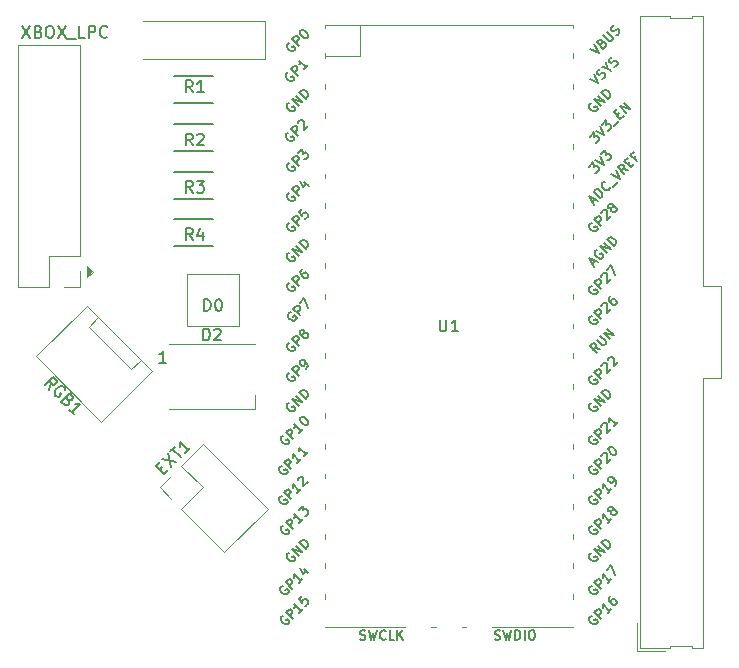
<source format=gbr>
%TF.GenerationSoftware,KiCad,Pcbnew,8.0.4*%
%TF.CreationDate,2024-08-18T14:41:23+02:00*%
%TF.ProjectId,pico-modxo,7069636f-2d6d-46f6-9478-6f2e6b696361,1.0*%
%TF.SameCoordinates,Original*%
%TF.FileFunction,Legend,Top*%
%TF.FilePolarity,Positive*%
%FSLAX46Y46*%
G04 Gerber Fmt 4.6, Leading zero omitted, Abs format (unit mm)*
G04 Created by KiCad (PCBNEW 8.0.4) date 2024-08-18 14:41:23*
%MOMM*%
%LPD*%
G01*
G04 APERTURE LIST*
%ADD10C,0.150000*%
%ADD11C,0.120000*%
%ADD12C,0.100000*%
G04 APERTURE END LIST*
D10*
X129761905Y-62454819D02*
X129761905Y-61454819D01*
X129761905Y-61454819D02*
X130000000Y-61454819D01*
X130000000Y-61454819D02*
X130142857Y-61502438D01*
X130142857Y-61502438D02*
X130238095Y-61597676D01*
X130238095Y-61597676D02*
X130285714Y-61692914D01*
X130285714Y-61692914D02*
X130333333Y-61883390D01*
X130333333Y-61883390D02*
X130333333Y-62026247D01*
X130333333Y-62026247D02*
X130285714Y-62216723D01*
X130285714Y-62216723D02*
X130238095Y-62311961D01*
X130238095Y-62311961D02*
X130142857Y-62407200D01*
X130142857Y-62407200D02*
X130000000Y-62454819D01*
X130000000Y-62454819D02*
X129761905Y-62454819D01*
X130952381Y-61454819D02*
X131047619Y-61454819D01*
X131047619Y-61454819D02*
X131142857Y-61502438D01*
X131142857Y-61502438D02*
X131190476Y-61550057D01*
X131190476Y-61550057D02*
X131238095Y-61645295D01*
X131238095Y-61645295D02*
X131285714Y-61835771D01*
X131285714Y-61835771D02*
X131285714Y-62073866D01*
X131285714Y-62073866D02*
X131238095Y-62264342D01*
X131238095Y-62264342D02*
X131190476Y-62359580D01*
X131190476Y-62359580D02*
X131142857Y-62407200D01*
X131142857Y-62407200D02*
X131047619Y-62454819D01*
X131047619Y-62454819D02*
X130952381Y-62454819D01*
X130952381Y-62454819D02*
X130857143Y-62407200D01*
X130857143Y-62407200D02*
X130809524Y-62359580D01*
X130809524Y-62359580D02*
X130761905Y-62264342D01*
X130761905Y-62264342D02*
X130714286Y-62073866D01*
X130714286Y-62073866D02*
X130714286Y-61835771D01*
X130714286Y-61835771D02*
X130761905Y-61645295D01*
X130761905Y-61645295D02*
X130809524Y-61550057D01*
X130809524Y-61550057D02*
X130857143Y-61502438D01*
X130857143Y-61502438D02*
X130952381Y-61454819D01*
X129691905Y-64964819D02*
X129691905Y-63964819D01*
X129691905Y-63964819D02*
X129930000Y-63964819D01*
X129930000Y-63964819D02*
X130072857Y-64012438D01*
X130072857Y-64012438D02*
X130168095Y-64107676D01*
X130168095Y-64107676D02*
X130215714Y-64202914D01*
X130215714Y-64202914D02*
X130263333Y-64393390D01*
X130263333Y-64393390D02*
X130263333Y-64536247D01*
X130263333Y-64536247D02*
X130215714Y-64726723D01*
X130215714Y-64726723D02*
X130168095Y-64821961D01*
X130168095Y-64821961D02*
X130072857Y-64917200D01*
X130072857Y-64917200D02*
X129930000Y-64964819D01*
X129930000Y-64964819D02*
X129691905Y-64964819D01*
X130644286Y-64060057D02*
X130691905Y-64012438D01*
X130691905Y-64012438D02*
X130787143Y-63964819D01*
X130787143Y-63964819D02*
X131025238Y-63964819D01*
X131025238Y-63964819D02*
X131120476Y-64012438D01*
X131120476Y-64012438D02*
X131168095Y-64060057D01*
X131168095Y-64060057D02*
X131215714Y-64155295D01*
X131215714Y-64155295D02*
X131215714Y-64250533D01*
X131215714Y-64250533D02*
X131168095Y-64393390D01*
X131168095Y-64393390D02*
X130596667Y-64964819D01*
X130596667Y-64964819D02*
X131215714Y-64964819D01*
X126565714Y-66864819D02*
X125994286Y-66864819D01*
X126280000Y-66864819D02*
X126280000Y-65864819D01*
X126280000Y-65864819D02*
X126184762Y-66007676D01*
X126184762Y-66007676D02*
X126089524Y-66102914D01*
X126089524Y-66102914D02*
X125994286Y-66150533D01*
X114380952Y-38334819D02*
X115047618Y-39334819D01*
X115047618Y-38334819D02*
X114380952Y-39334819D01*
X115761904Y-38811009D02*
X115904761Y-38858628D01*
X115904761Y-38858628D02*
X115952380Y-38906247D01*
X115952380Y-38906247D02*
X115999999Y-39001485D01*
X115999999Y-39001485D02*
X115999999Y-39144342D01*
X115999999Y-39144342D02*
X115952380Y-39239580D01*
X115952380Y-39239580D02*
X115904761Y-39287200D01*
X115904761Y-39287200D02*
X115809523Y-39334819D01*
X115809523Y-39334819D02*
X115428571Y-39334819D01*
X115428571Y-39334819D02*
X115428571Y-38334819D01*
X115428571Y-38334819D02*
X115761904Y-38334819D01*
X115761904Y-38334819D02*
X115857142Y-38382438D01*
X115857142Y-38382438D02*
X115904761Y-38430057D01*
X115904761Y-38430057D02*
X115952380Y-38525295D01*
X115952380Y-38525295D02*
X115952380Y-38620533D01*
X115952380Y-38620533D02*
X115904761Y-38715771D01*
X115904761Y-38715771D02*
X115857142Y-38763390D01*
X115857142Y-38763390D02*
X115761904Y-38811009D01*
X115761904Y-38811009D02*
X115428571Y-38811009D01*
X116619047Y-38334819D02*
X116809523Y-38334819D01*
X116809523Y-38334819D02*
X116904761Y-38382438D01*
X116904761Y-38382438D02*
X116999999Y-38477676D01*
X116999999Y-38477676D02*
X117047618Y-38668152D01*
X117047618Y-38668152D02*
X117047618Y-39001485D01*
X117047618Y-39001485D02*
X116999999Y-39191961D01*
X116999999Y-39191961D02*
X116904761Y-39287200D01*
X116904761Y-39287200D02*
X116809523Y-39334819D01*
X116809523Y-39334819D02*
X116619047Y-39334819D01*
X116619047Y-39334819D02*
X116523809Y-39287200D01*
X116523809Y-39287200D02*
X116428571Y-39191961D01*
X116428571Y-39191961D02*
X116380952Y-39001485D01*
X116380952Y-39001485D02*
X116380952Y-38668152D01*
X116380952Y-38668152D02*
X116428571Y-38477676D01*
X116428571Y-38477676D02*
X116523809Y-38382438D01*
X116523809Y-38382438D02*
X116619047Y-38334819D01*
X117380952Y-38334819D02*
X118047618Y-39334819D01*
X118047618Y-38334819D02*
X117380952Y-39334819D01*
X118190476Y-39430057D02*
X118952380Y-39430057D01*
X119666666Y-39334819D02*
X119190476Y-39334819D01*
X119190476Y-39334819D02*
X119190476Y-38334819D01*
X120000000Y-39334819D02*
X120000000Y-38334819D01*
X120000000Y-38334819D02*
X120380952Y-38334819D01*
X120380952Y-38334819D02*
X120476190Y-38382438D01*
X120476190Y-38382438D02*
X120523809Y-38430057D01*
X120523809Y-38430057D02*
X120571428Y-38525295D01*
X120571428Y-38525295D02*
X120571428Y-38668152D01*
X120571428Y-38668152D02*
X120523809Y-38763390D01*
X120523809Y-38763390D02*
X120476190Y-38811009D01*
X120476190Y-38811009D02*
X120380952Y-38858628D01*
X120380952Y-38858628D02*
X120000000Y-38858628D01*
X121571428Y-39239580D02*
X121523809Y-39287200D01*
X121523809Y-39287200D02*
X121380952Y-39334819D01*
X121380952Y-39334819D02*
X121285714Y-39334819D01*
X121285714Y-39334819D02*
X121142857Y-39287200D01*
X121142857Y-39287200D02*
X121047619Y-39191961D01*
X121047619Y-39191961D02*
X121000000Y-39096723D01*
X121000000Y-39096723D02*
X120952381Y-38906247D01*
X120952381Y-38906247D02*
X120952381Y-38763390D01*
X120952381Y-38763390D02*
X121000000Y-38572914D01*
X121000000Y-38572914D02*
X121047619Y-38477676D01*
X121047619Y-38477676D02*
X121142857Y-38382438D01*
X121142857Y-38382438D02*
X121285714Y-38334819D01*
X121285714Y-38334819D02*
X121380952Y-38334819D01*
X121380952Y-38334819D02*
X121523809Y-38382438D01*
X121523809Y-38382438D02*
X121571428Y-38430057D01*
X149728095Y-63204819D02*
X149728095Y-64014342D01*
X149728095Y-64014342D02*
X149775714Y-64109580D01*
X149775714Y-64109580D02*
X149823333Y-64157200D01*
X149823333Y-64157200D02*
X149918571Y-64204819D01*
X149918571Y-64204819D02*
X150109047Y-64204819D01*
X150109047Y-64204819D02*
X150204285Y-64157200D01*
X150204285Y-64157200D02*
X150251904Y-64109580D01*
X150251904Y-64109580D02*
X150299523Y-64014342D01*
X150299523Y-64014342D02*
X150299523Y-63204819D01*
X151299523Y-64204819D02*
X150728095Y-64204819D01*
X151013809Y-64204819D02*
X151013809Y-63204819D01*
X151013809Y-63204819D02*
X150918571Y-63347676D01*
X150918571Y-63347676D02*
X150823333Y-63442914D01*
X150823333Y-63442914D02*
X150728095Y-63490533D01*
X136333998Y-78110868D02*
X136253185Y-78137805D01*
X136253185Y-78137805D02*
X136172373Y-78218618D01*
X136172373Y-78218618D02*
X136118498Y-78326367D01*
X136118498Y-78326367D02*
X136118498Y-78434117D01*
X136118498Y-78434117D02*
X136145436Y-78514929D01*
X136145436Y-78514929D02*
X136226248Y-78649616D01*
X136226248Y-78649616D02*
X136307060Y-78730428D01*
X136307060Y-78730428D02*
X136441747Y-78811241D01*
X136441747Y-78811241D02*
X136522560Y-78838178D01*
X136522560Y-78838178D02*
X136630309Y-78838178D01*
X136630309Y-78838178D02*
X136738059Y-78784303D01*
X136738059Y-78784303D02*
X136791934Y-78730428D01*
X136791934Y-78730428D02*
X136845808Y-78622679D01*
X136845808Y-78622679D02*
X136845808Y-78568804D01*
X136845808Y-78568804D02*
X136657247Y-78380242D01*
X136657247Y-78380242D02*
X136549497Y-78487992D01*
X137142120Y-78380242D02*
X136576434Y-77814557D01*
X136576434Y-77814557D02*
X136791934Y-77599057D01*
X136791934Y-77599057D02*
X136872746Y-77572120D01*
X136872746Y-77572120D02*
X136926621Y-77572120D01*
X136926621Y-77572120D02*
X137007433Y-77599057D01*
X137007433Y-77599057D02*
X137088245Y-77679870D01*
X137088245Y-77679870D02*
X137115182Y-77760682D01*
X137115182Y-77760682D02*
X137115182Y-77814557D01*
X137115182Y-77814557D02*
X137088245Y-77895369D01*
X137088245Y-77895369D02*
X136872746Y-78110868D01*
X138004117Y-77518245D02*
X137680868Y-77841494D01*
X137842492Y-77679870D02*
X137276807Y-77114184D01*
X137276807Y-77114184D02*
X137303744Y-77248871D01*
X137303744Y-77248871D02*
X137303744Y-77356621D01*
X137303744Y-77356621D02*
X137276807Y-77437433D01*
X137707805Y-76790935D02*
X137707805Y-76737060D01*
X137707805Y-76737060D02*
X137734743Y-76656248D01*
X137734743Y-76656248D02*
X137869430Y-76521561D01*
X137869430Y-76521561D02*
X137950242Y-76494624D01*
X137950242Y-76494624D02*
X138004117Y-76494624D01*
X138004117Y-76494624D02*
X138084929Y-76521561D01*
X138084929Y-76521561D02*
X138138804Y-76575436D01*
X138138804Y-76575436D02*
X138192679Y-76683186D01*
X138192679Y-76683186D02*
X138192679Y-77329683D01*
X138192679Y-77329683D02*
X138542865Y-76979497D01*
X142980475Y-90274200D02*
X143094761Y-90312295D01*
X143094761Y-90312295D02*
X143285237Y-90312295D01*
X143285237Y-90312295D02*
X143361428Y-90274200D01*
X143361428Y-90274200D02*
X143399523Y-90236104D01*
X143399523Y-90236104D02*
X143437618Y-90159914D01*
X143437618Y-90159914D02*
X143437618Y-90083723D01*
X143437618Y-90083723D02*
X143399523Y-90007533D01*
X143399523Y-90007533D02*
X143361428Y-89969438D01*
X143361428Y-89969438D02*
X143285237Y-89931342D01*
X143285237Y-89931342D02*
X143132856Y-89893247D01*
X143132856Y-89893247D02*
X143056666Y-89855152D01*
X143056666Y-89855152D02*
X143018571Y-89817057D01*
X143018571Y-89817057D02*
X142980475Y-89740866D01*
X142980475Y-89740866D02*
X142980475Y-89664676D01*
X142980475Y-89664676D02*
X143018571Y-89588485D01*
X143018571Y-89588485D02*
X143056666Y-89550390D01*
X143056666Y-89550390D02*
X143132856Y-89512295D01*
X143132856Y-89512295D02*
X143323333Y-89512295D01*
X143323333Y-89512295D02*
X143437618Y-89550390D01*
X143704285Y-89512295D02*
X143894761Y-90312295D01*
X143894761Y-90312295D02*
X144047142Y-89740866D01*
X144047142Y-89740866D02*
X144199523Y-90312295D01*
X144199523Y-90312295D02*
X144390000Y-89512295D01*
X145151905Y-90236104D02*
X145113809Y-90274200D01*
X145113809Y-90274200D02*
X144999524Y-90312295D01*
X144999524Y-90312295D02*
X144923333Y-90312295D01*
X144923333Y-90312295D02*
X144809047Y-90274200D01*
X144809047Y-90274200D02*
X144732857Y-90198009D01*
X144732857Y-90198009D02*
X144694762Y-90121819D01*
X144694762Y-90121819D02*
X144656666Y-89969438D01*
X144656666Y-89969438D02*
X144656666Y-89855152D01*
X144656666Y-89855152D02*
X144694762Y-89702771D01*
X144694762Y-89702771D02*
X144732857Y-89626580D01*
X144732857Y-89626580D02*
X144809047Y-89550390D01*
X144809047Y-89550390D02*
X144923333Y-89512295D01*
X144923333Y-89512295D02*
X144999524Y-89512295D01*
X144999524Y-89512295D02*
X145113809Y-89550390D01*
X145113809Y-89550390D02*
X145151905Y-89588485D01*
X145875714Y-90312295D02*
X145494762Y-90312295D01*
X145494762Y-90312295D02*
X145494762Y-89512295D01*
X146142381Y-90312295D02*
X146142381Y-89512295D01*
X146599524Y-90312295D02*
X146256666Y-89855152D01*
X146599524Y-89512295D02*
X146142381Y-89969438D01*
X136433998Y-85730868D02*
X136353185Y-85757805D01*
X136353185Y-85757805D02*
X136272373Y-85838618D01*
X136272373Y-85838618D02*
X136218498Y-85946367D01*
X136218498Y-85946367D02*
X136218498Y-86054117D01*
X136218498Y-86054117D02*
X136245436Y-86134929D01*
X136245436Y-86134929D02*
X136326248Y-86269616D01*
X136326248Y-86269616D02*
X136407060Y-86350428D01*
X136407060Y-86350428D02*
X136541747Y-86431241D01*
X136541747Y-86431241D02*
X136622560Y-86458178D01*
X136622560Y-86458178D02*
X136730309Y-86458178D01*
X136730309Y-86458178D02*
X136838059Y-86404303D01*
X136838059Y-86404303D02*
X136891934Y-86350428D01*
X136891934Y-86350428D02*
X136945808Y-86242679D01*
X136945808Y-86242679D02*
X136945808Y-86188804D01*
X136945808Y-86188804D02*
X136757247Y-86000242D01*
X136757247Y-86000242D02*
X136649497Y-86107992D01*
X137242120Y-86000242D02*
X136676434Y-85434557D01*
X136676434Y-85434557D02*
X136891934Y-85219057D01*
X136891934Y-85219057D02*
X136972746Y-85192120D01*
X136972746Y-85192120D02*
X137026621Y-85192120D01*
X137026621Y-85192120D02*
X137107433Y-85219057D01*
X137107433Y-85219057D02*
X137188245Y-85299870D01*
X137188245Y-85299870D02*
X137215182Y-85380682D01*
X137215182Y-85380682D02*
X137215182Y-85434557D01*
X137215182Y-85434557D02*
X137188245Y-85515369D01*
X137188245Y-85515369D02*
X136972746Y-85730868D01*
X138104117Y-85138245D02*
X137780868Y-85461494D01*
X137942492Y-85299870D02*
X137376807Y-84734184D01*
X137376807Y-84734184D02*
X137403744Y-84868871D01*
X137403744Y-84868871D02*
X137403744Y-84976621D01*
X137403744Y-84976621D02*
X137376807Y-85057433D01*
X138211866Y-84276248D02*
X138588990Y-84653372D01*
X137861680Y-84195436D02*
X138131054Y-84734184D01*
X138131054Y-84734184D02*
X138481240Y-84383998D01*
X137003372Y-60061494D02*
X136922560Y-60088431D01*
X136922560Y-60088431D02*
X136841748Y-60169243D01*
X136841748Y-60169243D02*
X136787873Y-60276993D01*
X136787873Y-60276993D02*
X136787873Y-60384742D01*
X136787873Y-60384742D02*
X136814810Y-60465555D01*
X136814810Y-60465555D02*
X136895623Y-60600242D01*
X136895623Y-60600242D02*
X136976435Y-60681054D01*
X136976435Y-60681054D02*
X137111122Y-60761866D01*
X137111122Y-60761866D02*
X137191934Y-60788803D01*
X137191934Y-60788803D02*
X137299684Y-60788803D01*
X137299684Y-60788803D02*
X137407433Y-60734929D01*
X137407433Y-60734929D02*
X137461308Y-60681054D01*
X137461308Y-60681054D02*
X137515183Y-60573304D01*
X137515183Y-60573304D02*
X137515183Y-60519429D01*
X137515183Y-60519429D02*
X137326621Y-60330868D01*
X137326621Y-60330868D02*
X137218871Y-60438617D01*
X137811494Y-60330868D02*
X137245809Y-59765182D01*
X137245809Y-59765182D02*
X137461308Y-59549683D01*
X137461308Y-59549683D02*
X137542120Y-59522746D01*
X137542120Y-59522746D02*
X137595995Y-59522746D01*
X137595995Y-59522746D02*
X137676807Y-59549683D01*
X137676807Y-59549683D02*
X137757619Y-59630495D01*
X137757619Y-59630495D02*
X137784557Y-59711307D01*
X137784557Y-59711307D02*
X137784557Y-59765182D01*
X137784557Y-59765182D02*
X137757619Y-59845994D01*
X137757619Y-59845994D02*
X137542120Y-60061494D01*
X138053931Y-58957060D02*
X137946181Y-59064810D01*
X137946181Y-59064810D02*
X137919244Y-59145622D01*
X137919244Y-59145622D02*
X137919244Y-59199497D01*
X137919244Y-59199497D02*
X137946181Y-59334184D01*
X137946181Y-59334184D02*
X138026993Y-59468871D01*
X138026993Y-59468871D02*
X138242493Y-59684370D01*
X138242493Y-59684370D02*
X138323305Y-59711307D01*
X138323305Y-59711307D02*
X138377180Y-59711307D01*
X138377180Y-59711307D02*
X138457992Y-59684370D01*
X138457992Y-59684370D02*
X138565741Y-59576620D01*
X138565741Y-59576620D02*
X138592679Y-59495808D01*
X138592679Y-59495808D02*
X138592679Y-59441933D01*
X138592679Y-59441933D02*
X138565741Y-59361121D01*
X138565741Y-59361121D02*
X138431054Y-59226434D01*
X138431054Y-59226434D02*
X138350242Y-59199497D01*
X138350242Y-59199497D02*
X138296367Y-59199497D01*
X138296367Y-59199497D02*
X138215555Y-59226434D01*
X138215555Y-59226434D02*
X138107806Y-59334184D01*
X138107806Y-59334184D02*
X138080868Y-59414996D01*
X138080868Y-59414996D02*
X138080868Y-59468871D01*
X138080868Y-59468871D02*
X138107806Y-59549683D01*
X136479998Y-80650868D02*
X136399185Y-80677805D01*
X136399185Y-80677805D02*
X136318373Y-80758618D01*
X136318373Y-80758618D02*
X136264498Y-80866367D01*
X136264498Y-80866367D02*
X136264498Y-80974117D01*
X136264498Y-80974117D02*
X136291436Y-81054929D01*
X136291436Y-81054929D02*
X136372248Y-81189616D01*
X136372248Y-81189616D02*
X136453060Y-81270428D01*
X136453060Y-81270428D02*
X136587747Y-81351241D01*
X136587747Y-81351241D02*
X136668560Y-81378178D01*
X136668560Y-81378178D02*
X136776309Y-81378178D01*
X136776309Y-81378178D02*
X136884059Y-81324303D01*
X136884059Y-81324303D02*
X136937934Y-81270428D01*
X136937934Y-81270428D02*
X136991808Y-81162679D01*
X136991808Y-81162679D02*
X136991808Y-81108804D01*
X136991808Y-81108804D02*
X136803247Y-80920242D01*
X136803247Y-80920242D02*
X136695497Y-81027992D01*
X137288120Y-80920242D02*
X136722434Y-80354557D01*
X136722434Y-80354557D02*
X136937934Y-80139057D01*
X136937934Y-80139057D02*
X137018746Y-80112120D01*
X137018746Y-80112120D02*
X137072621Y-80112120D01*
X137072621Y-80112120D02*
X137153433Y-80139057D01*
X137153433Y-80139057D02*
X137234245Y-80219870D01*
X137234245Y-80219870D02*
X137261182Y-80300682D01*
X137261182Y-80300682D02*
X137261182Y-80354557D01*
X137261182Y-80354557D02*
X137234245Y-80435369D01*
X137234245Y-80435369D02*
X137018746Y-80650868D01*
X138150117Y-80058245D02*
X137826868Y-80381494D01*
X137988492Y-80219870D02*
X137422807Y-79654184D01*
X137422807Y-79654184D02*
X137449744Y-79788871D01*
X137449744Y-79788871D02*
X137449744Y-79896621D01*
X137449744Y-79896621D02*
X137422807Y-79977433D01*
X137772993Y-79303998D02*
X138123179Y-78953812D01*
X138123179Y-78953812D02*
X138150117Y-79357873D01*
X138150117Y-79357873D02*
X138230929Y-79277060D01*
X138230929Y-79277060D02*
X138311741Y-79250123D01*
X138311741Y-79250123D02*
X138365616Y-79250123D01*
X138365616Y-79250123D02*
X138446428Y-79277060D01*
X138446428Y-79277060D02*
X138581115Y-79411747D01*
X138581115Y-79411747D02*
X138608053Y-79492560D01*
X138608053Y-79492560D02*
X138608053Y-79546434D01*
X138608053Y-79546434D02*
X138581115Y-79627247D01*
X138581115Y-79627247D02*
X138419491Y-79788871D01*
X138419491Y-79788871D02*
X138338679Y-79815808D01*
X138338679Y-79815808D02*
X138284804Y-79815808D01*
X162576435Y-44848431D02*
X162495623Y-44875368D01*
X162495623Y-44875368D02*
X162414811Y-44956180D01*
X162414811Y-44956180D02*
X162360936Y-45063930D01*
X162360936Y-45063930D02*
X162360936Y-45171680D01*
X162360936Y-45171680D02*
X162387873Y-45252492D01*
X162387873Y-45252492D02*
X162468685Y-45387179D01*
X162468685Y-45387179D02*
X162549498Y-45467991D01*
X162549498Y-45467991D02*
X162684185Y-45548803D01*
X162684185Y-45548803D02*
X162764997Y-45575741D01*
X162764997Y-45575741D02*
X162872746Y-45575741D01*
X162872746Y-45575741D02*
X162980496Y-45521866D01*
X162980496Y-45521866D02*
X163034371Y-45467991D01*
X163034371Y-45467991D02*
X163088246Y-45360241D01*
X163088246Y-45360241D02*
X163088246Y-45306367D01*
X163088246Y-45306367D02*
X162899684Y-45117805D01*
X162899684Y-45117805D02*
X162791934Y-45225554D01*
X163384557Y-45117805D02*
X162818872Y-44552119D01*
X162818872Y-44552119D02*
X163707806Y-44794556D01*
X163707806Y-44794556D02*
X163142120Y-44228871D01*
X163977180Y-44525182D02*
X163411494Y-43959497D01*
X163411494Y-43959497D02*
X163546181Y-43824810D01*
X163546181Y-43824810D02*
X163653931Y-43770935D01*
X163653931Y-43770935D02*
X163761680Y-43770935D01*
X163761680Y-43770935D02*
X163842493Y-43797872D01*
X163842493Y-43797872D02*
X163977180Y-43878685D01*
X163977180Y-43878685D02*
X164057992Y-43959497D01*
X164057992Y-43959497D02*
X164138804Y-44094184D01*
X164138804Y-44094184D02*
X164165741Y-44174996D01*
X164165741Y-44174996D02*
X164165741Y-44282746D01*
X164165741Y-44282746D02*
X164111867Y-44390495D01*
X164111867Y-44390495D02*
X163977180Y-44525182D01*
X162412407Y-47708584D02*
X162762593Y-47358398D01*
X162762593Y-47358398D02*
X162789531Y-47762459D01*
X162789531Y-47762459D02*
X162870343Y-47681646D01*
X162870343Y-47681646D02*
X162951155Y-47654709D01*
X162951155Y-47654709D02*
X163005030Y-47654709D01*
X163005030Y-47654709D02*
X163085842Y-47681646D01*
X163085842Y-47681646D02*
X163220529Y-47816333D01*
X163220529Y-47816333D02*
X163247467Y-47897146D01*
X163247467Y-47897146D02*
X163247467Y-47951020D01*
X163247467Y-47951020D02*
X163220529Y-48031833D01*
X163220529Y-48031833D02*
X163058905Y-48193457D01*
X163058905Y-48193457D02*
X162978093Y-48220394D01*
X162978093Y-48220394D02*
X162924218Y-48220394D01*
X162924218Y-47196773D02*
X163678465Y-47573897D01*
X163678465Y-47573897D02*
X163301342Y-46819649D01*
X163436028Y-46684963D02*
X163786215Y-46334776D01*
X163786215Y-46334776D02*
X163813152Y-46738837D01*
X163813152Y-46738837D02*
X163893964Y-46658025D01*
X163893964Y-46658025D02*
X163974776Y-46631088D01*
X163974776Y-46631088D02*
X164028651Y-46631088D01*
X164028651Y-46631088D02*
X164109464Y-46658025D01*
X164109464Y-46658025D02*
X164244151Y-46792712D01*
X164244151Y-46792712D02*
X164271088Y-46873524D01*
X164271088Y-46873524D02*
X164271088Y-46927399D01*
X164271088Y-46927399D02*
X164244151Y-47008211D01*
X164244151Y-47008211D02*
X164082526Y-47169836D01*
X164082526Y-47169836D02*
X164001714Y-47196773D01*
X164001714Y-47196773D02*
X163947839Y-47196773D01*
X164513525Y-46846587D02*
X164944523Y-46415588D01*
X164729024Y-45930715D02*
X164917586Y-45742153D01*
X165294709Y-45957652D02*
X165025335Y-46227026D01*
X165025335Y-46227026D02*
X164459650Y-45661341D01*
X164459650Y-45661341D02*
X164729024Y-45391967D01*
X165537146Y-45715215D02*
X164971461Y-45149530D01*
X164971461Y-45149530D02*
X165860395Y-45391967D01*
X165860395Y-45391967D02*
X165294710Y-44826281D01*
X162587998Y-54996868D02*
X162507185Y-55023805D01*
X162507185Y-55023805D02*
X162426373Y-55104618D01*
X162426373Y-55104618D02*
X162372498Y-55212367D01*
X162372498Y-55212367D02*
X162372498Y-55320117D01*
X162372498Y-55320117D02*
X162399436Y-55400929D01*
X162399436Y-55400929D02*
X162480248Y-55535616D01*
X162480248Y-55535616D02*
X162561060Y-55616428D01*
X162561060Y-55616428D02*
X162695747Y-55697241D01*
X162695747Y-55697241D02*
X162776560Y-55724178D01*
X162776560Y-55724178D02*
X162884309Y-55724178D01*
X162884309Y-55724178D02*
X162992059Y-55670303D01*
X162992059Y-55670303D02*
X163045934Y-55616428D01*
X163045934Y-55616428D02*
X163099808Y-55508679D01*
X163099808Y-55508679D02*
X163099808Y-55454804D01*
X163099808Y-55454804D02*
X162911247Y-55266242D01*
X162911247Y-55266242D02*
X162803497Y-55373992D01*
X163396120Y-55266242D02*
X162830434Y-54700557D01*
X162830434Y-54700557D02*
X163045934Y-54485057D01*
X163045934Y-54485057D02*
X163126746Y-54458120D01*
X163126746Y-54458120D02*
X163180621Y-54458120D01*
X163180621Y-54458120D02*
X163261433Y-54485057D01*
X163261433Y-54485057D02*
X163342245Y-54565870D01*
X163342245Y-54565870D02*
X163369182Y-54646682D01*
X163369182Y-54646682D02*
X163369182Y-54700557D01*
X163369182Y-54700557D02*
X163342245Y-54781369D01*
X163342245Y-54781369D02*
X163126746Y-54996868D01*
X163423057Y-54215683D02*
X163423057Y-54161809D01*
X163423057Y-54161809D02*
X163449995Y-54080996D01*
X163449995Y-54080996D02*
X163584682Y-53946309D01*
X163584682Y-53946309D02*
X163665494Y-53919372D01*
X163665494Y-53919372D02*
X163719369Y-53919372D01*
X163719369Y-53919372D02*
X163800181Y-53946309D01*
X163800181Y-53946309D02*
X163854056Y-54000184D01*
X163854056Y-54000184D02*
X163907930Y-54107934D01*
X163907930Y-54107934D02*
X163907930Y-54754431D01*
X163907930Y-54754431D02*
X164258117Y-54404245D01*
X164258117Y-53757747D02*
X164177305Y-53784685D01*
X164177305Y-53784685D02*
X164123430Y-53784685D01*
X164123430Y-53784685D02*
X164042618Y-53757747D01*
X164042618Y-53757747D02*
X164015680Y-53730810D01*
X164015680Y-53730810D02*
X163988743Y-53649998D01*
X163988743Y-53649998D02*
X163988743Y-53596123D01*
X163988743Y-53596123D02*
X164015680Y-53515311D01*
X164015680Y-53515311D02*
X164123430Y-53407561D01*
X164123430Y-53407561D02*
X164204242Y-53380624D01*
X164204242Y-53380624D02*
X164258117Y-53380624D01*
X164258117Y-53380624D02*
X164338929Y-53407561D01*
X164338929Y-53407561D02*
X164365866Y-53434499D01*
X164365866Y-53434499D02*
X164392804Y-53515311D01*
X164392804Y-53515311D02*
X164392804Y-53569186D01*
X164392804Y-53569186D02*
X164365866Y-53649998D01*
X164365866Y-53649998D02*
X164258117Y-53757747D01*
X164258117Y-53757747D02*
X164231179Y-53838560D01*
X164231179Y-53838560D02*
X164231179Y-53892434D01*
X164231179Y-53892434D02*
X164258117Y-53973247D01*
X164258117Y-53973247D02*
X164365866Y-54080996D01*
X164365866Y-54080996D02*
X164446679Y-54107934D01*
X164446679Y-54107934D02*
X164500553Y-54107934D01*
X164500553Y-54107934D02*
X164581366Y-54080996D01*
X164581366Y-54080996D02*
X164689115Y-53973247D01*
X164689115Y-53973247D02*
X164716053Y-53892434D01*
X164716053Y-53892434D02*
X164716053Y-53838560D01*
X164716053Y-53838560D02*
X164689115Y-53757747D01*
X164689115Y-53757747D02*
X164581366Y-53649998D01*
X164581366Y-53649998D02*
X164500553Y-53623060D01*
X164500553Y-53623060D02*
X164446679Y-53623060D01*
X164446679Y-53623060D02*
X164365866Y-53649998D01*
X162587998Y-80650868D02*
X162507185Y-80677805D01*
X162507185Y-80677805D02*
X162426373Y-80758618D01*
X162426373Y-80758618D02*
X162372498Y-80866367D01*
X162372498Y-80866367D02*
X162372498Y-80974117D01*
X162372498Y-80974117D02*
X162399436Y-81054929D01*
X162399436Y-81054929D02*
X162480248Y-81189616D01*
X162480248Y-81189616D02*
X162561060Y-81270428D01*
X162561060Y-81270428D02*
X162695747Y-81351241D01*
X162695747Y-81351241D02*
X162776560Y-81378178D01*
X162776560Y-81378178D02*
X162884309Y-81378178D01*
X162884309Y-81378178D02*
X162992059Y-81324303D01*
X162992059Y-81324303D02*
X163045934Y-81270428D01*
X163045934Y-81270428D02*
X163099808Y-81162679D01*
X163099808Y-81162679D02*
X163099808Y-81108804D01*
X163099808Y-81108804D02*
X162911247Y-80920242D01*
X162911247Y-80920242D02*
X162803497Y-81027992D01*
X163396120Y-80920242D02*
X162830434Y-80354557D01*
X162830434Y-80354557D02*
X163045934Y-80139057D01*
X163045934Y-80139057D02*
X163126746Y-80112120D01*
X163126746Y-80112120D02*
X163180621Y-80112120D01*
X163180621Y-80112120D02*
X163261433Y-80139057D01*
X163261433Y-80139057D02*
X163342245Y-80219870D01*
X163342245Y-80219870D02*
X163369182Y-80300682D01*
X163369182Y-80300682D02*
X163369182Y-80354557D01*
X163369182Y-80354557D02*
X163342245Y-80435369D01*
X163342245Y-80435369D02*
X163126746Y-80650868D01*
X164258117Y-80058245D02*
X163934868Y-80381494D01*
X164096492Y-80219870D02*
X163530807Y-79654184D01*
X163530807Y-79654184D02*
X163557744Y-79788871D01*
X163557744Y-79788871D02*
X163557744Y-79896621D01*
X163557744Y-79896621D02*
X163530807Y-79977433D01*
X164258117Y-79411747D02*
X164177305Y-79438685D01*
X164177305Y-79438685D02*
X164123430Y-79438685D01*
X164123430Y-79438685D02*
X164042618Y-79411747D01*
X164042618Y-79411747D02*
X164015680Y-79384810D01*
X164015680Y-79384810D02*
X163988743Y-79303998D01*
X163988743Y-79303998D02*
X163988743Y-79250123D01*
X163988743Y-79250123D02*
X164015680Y-79169311D01*
X164015680Y-79169311D02*
X164123430Y-79061561D01*
X164123430Y-79061561D02*
X164204242Y-79034624D01*
X164204242Y-79034624D02*
X164258117Y-79034624D01*
X164258117Y-79034624D02*
X164338929Y-79061561D01*
X164338929Y-79061561D02*
X164365866Y-79088499D01*
X164365866Y-79088499D02*
X164392804Y-79169311D01*
X164392804Y-79169311D02*
X164392804Y-79223186D01*
X164392804Y-79223186D02*
X164365866Y-79303998D01*
X164365866Y-79303998D02*
X164258117Y-79411747D01*
X164258117Y-79411747D02*
X164231179Y-79492560D01*
X164231179Y-79492560D02*
X164231179Y-79546434D01*
X164231179Y-79546434D02*
X164258117Y-79627247D01*
X164258117Y-79627247D02*
X164365866Y-79734996D01*
X164365866Y-79734996D02*
X164446679Y-79761934D01*
X164446679Y-79761934D02*
X164500553Y-79761934D01*
X164500553Y-79761934D02*
X164581366Y-79734996D01*
X164581366Y-79734996D02*
X164689115Y-79627247D01*
X164689115Y-79627247D02*
X164716053Y-79546434D01*
X164716053Y-79546434D02*
X164716053Y-79492560D01*
X164716053Y-79492560D02*
X164689115Y-79411747D01*
X164689115Y-79411747D02*
X164581366Y-79303998D01*
X164581366Y-79303998D02*
X164500553Y-79277060D01*
X164500553Y-79277060D02*
X164446679Y-79277060D01*
X164446679Y-79277060D02*
X164365866Y-79303998D01*
X137003372Y-67681494D02*
X136922560Y-67708431D01*
X136922560Y-67708431D02*
X136841748Y-67789243D01*
X136841748Y-67789243D02*
X136787873Y-67896993D01*
X136787873Y-67896993D02*
X136787873Y-68004742D01*
X136787873Y-68004742D02*
X136814810Y-68085555D01*
X136814810Y-68085555D02*
X136895623Y-68220242D01*
X136895623Y-68220242D02*
X136976435Y-68301054D01*
X136976435Y-68301054D02*
X137111122Y-68381866D01*
X137111122Y-68381866D02*
X137191934Y-68408803D01*
X137191934Y-68408803D02*
X137299684Y-68408803D01*
X137299684Y-68408803D02*
X137407433Y-68354929D01*
X137407433Y-68354929D02*
X137461308Y-68301054D01*
X137461308Y-68301054D02*
X137515183Y-68193304D01*
X137515183Y-68193304D02*
X137515183Y-68139429D01*
X137515183Y-68139429D02*
X137326621Y-67950868D01*
X137326621Y-67950868D02*
X137218871Y-68058617D01*
X137811494Y-67950868D02*
X137245809Y-67385182D01*
X137245809Y-67385182D02*
X137461308Y-67169683D01*
X137461308Y-67169683D02*
X137542120Y-67142746D01*
X137542120Y-67142746D02*
X137595995Y-67142746D01*
X137595995Y-67142746D02*
X137676807Y-67169683D01*
X137676807Y-67169683D02*
X137757619Y-67250495D01*
X137757619Y-67250495D02*
X137784557Y-67331307D01*
X137784557Y-67331307D02*
X137784557Y-67385182D01*
X137784557Y-67385182D02*
X137757619Y-67465994D01*
X137757619Y-67465994D02*
X137542120Y-67681494D01*
X138404117Y-67358245D02*
X138511867Y-67250495D01*
X138511867Y-67250495D02*
X138538804Y-67169683D01*
X138538804Y-67169683D02*
X138538804Y-67115808D01*
X138538804Y-67115808D02*
X138511867Y-66981121D01*
X138511867Y-66981121D02*
X138431054Y-66846434D01*
X138431054Y-66846434D02*
X138215555Y-66630935D01*
X138215555Y-66630935D02*
X138134743Y-66603998D01*
X138134743Y-66603998D02*
X138080868Y-66603998D01*
X138080868Y-66603998D02*
X138000056Y-66630935D01*
X138000056Y-66630935D02*
X137892306Y-66738685D01*
X137892306Y-66738685D02*
X137865369Y-66819497D01*
X137865369Y-66819497D02*
X137865369Y-66873372D01*
X137865369Y-66873372D02*
X137892306Y-66954184D01*
X137892306Y-66954184D02*
X138026993Y-67088871D01*
X138026993Y-67088871D02*
X138107806Y-67115808D01*
X138107806Y-67115808D02*
X138161680Y-67115808D01*
X138161680Y-67115808D02*
X138242493Y-67088871D01*
X138242493Y-67088871D02*
X138350242Y-66981121D01*
X138350242Y-66981121D02*
X138377180Y-66900309D01*
X138377180Y-66900309D02*
X138377180Y-66846434D01*
X138377180Y-66846434D02*
X138350242Y-66765622D01*
X137003372Y-54981494D02*
X136922560Y-55008431D01*
X136922560Y-55008431D02*
X136841748Y-55089243D01*
X136841748Y-55089243D02*
X136787873Y-55196993D01*
X136787873Y-55196993D02*
X136787873Y-55304742D01*
X136787873Y-55304742D02*
X136814810Y-55385555D01*
X136814810Y-55385555D02*
X136895623Y-55520242D01*
X136895623Y-55520242D02*
X136976435Y-55601054D01*
X136976435Y-55601054D02*
X137111122Y-55681866D01*
X137111122Y-55681866D02*
X137191934Y-55708803D01*
X137191934Y-55708803D02*
X137299684Y-55708803D01*
X137299684Y-55708803D02*
X137407433Y-55654929D01*
X137407433Y-55654929D02*
X137461308Y-55601054D01*
X137461308Y-55601054D02*
X137515183Y-55493304D01*
X137515183Y-55493304D02*
X137515183Y-55439429D01*
X137515183Y-55439429D02*
X137326621Y-55250868D01*
X137326621Y-55250868D02*
X137218871Y-55358617D01*
X137811494Y-55250868D02*
X137245809Y-54685182D01*
X137245809Y-54685182D02*
X137461308Y-54469683D01*
X137461308Y-54469683D02*
X137542120Y-54442746D01*
X137542120Y-54442746D02*
X137595995Y-54442746D01*
X137595995Y-54442746D02*
X137676807Y-54469683D01*
X137676807Y-54469683D02*
X137757619Y-54550495D01*
X137757619Y-54550495D02*
X137784557Y-54631307D01*
X137784557Y-54631307D02*
X137784557Y-54685182D01*
X137784557Y-54685182D02*
X137757619Y-54765994D01*
X137757619Y-54765994D02*
X137542120Y-54981494D01*
X138080868Y-53850123D02*
X137811494Y-54119497D01*
X137811494Y-54119497D02*
X138053931Y-54415808D01*
X138053931Y-54415808D02*
X138053931Y-54361933D01*
X138053931Y-54361933D02*
X138080868Y-54281121D01*
X138080868Y-54281121D02*
X138215555Y-54146434D01*
X138215555Y-54146434D02*
X138296367Y-54119497D01*
X138296367Y-54119497D02*
X138350242Y-54119497D01*
X138350242Y-54119497D02*
X138431054Y-54146434D01*
X138431054Y-54146434D02*
X138565741Y-54281121D01*
X138565741Y-54281121D02*
X138592679Y-54361933D01*
X138592679Y-54361933D02*
X138592679Y-54415808D01*
X138592679Y-54415808D02*
X138565741Y-54496620D01*
X138565741Y-54496620D02*
X138431054Y-54631307D01*
X138431054Y-54631307D02*
X138350242Y-54658245D01*
X138350242Y-54658245D02*
X138296367Y-54658245D01*
X162380123Y-50240868D02*
X162730309Y-49890682D01*
X162730309Y-49890682D02*
X162757247Y-50294743D01*
X162757247Y-50294743D02*
X162838059Y-50213931D01*
X162838059Y-50213931D02*
X162918871Y-50186993D01*
X162918871Y-50186993D02*
X162972746Y-50186993D01*
X162972746Y-50186993D02*
X163053558Y-50213931D01*
X163053558Y-50213931D02*
X163188245Y-50348618D01*
X163188245Y-50348618D02*
X163215182Y-50429430D01*
X163215182Y-50429430D02*
X163215182Y-50483305D01*
X163215182Y-50483305D02*
X163188245Y-50564117D01*
X163188245Y-50564117D02*
X163026621Y-50725741D01*
X163026621Y-50725741D02*
X162945808Y-50752679D01*
X162945808Y-50752679D02*
X162891934Y-50752679D01*
X162891934Y-49729057D02*
X163646181Y-50106181D01*
X163646181Y-50106181D02*
X163269057Y-49351934D01*
X163403744Y-49217247D02*
X163753930Y-48867061D01*
X163753930Y-48867061D02*
X163780868Y-49271122D01*
X163780868Y-49271122D02*
X163861680Y-49190309D01*
X163861680Y-49190309D02*
X163942492Y-49163372D01*
X163942492Y-49163372D02*
X163996367Y-49163372D01*
X163996367Y-49163372D02*
X164077179Y-49190309D01*
X164077179Y-49190309D02*
X164211866Y-49324996D01*
X164211866Y-49324996D02*
X164238804Y-49405809D01*
X164238804Y-49405809D02*
X164238804Y-49459683D01*
X164238804Y-49459683D02*
X164211866Y-49540496D01*
X164211866Y-49540496D02*
X164050242Y-49702120D01*
X164050242Y-49702120D02*
X163969430Y-49729057D01*
X163969430Y-49729057D02*
X163915555Y-49729057D01*
X137003372Y-65141494D02*
X136922560Y-65168431D01*
X136922560Y-65168431D02*
X136841748Y-65249243D01*
X136841748Y-65249243D02*
X136787873Y-65356993D01*
X136787873Y-65356993D02*
X136787873Y-65464742D01*
X136787873Y-65464742D02*
X136814810Y-65545555D01*
X136814810Y-65545555D02*
X136895623Y-65680242D01*
X136895623Y-65680242D02*
X136976435Y-65761054D01*
X136976435Y-65761054D02*
X137111122Y-65841866D01*
X137111122Y-65841866D02*
X137191934Y-65868803D01*
X137191934Y-65868803D02*
X137299684Y-65868803D01*
X137299684Y-65868803D02*
X137407433Y-65814929D01*
X137407433Y-65814929D02*
X137461308Y-65761054D01*
X137461308Y-65761054D02*
X137515183Y-65653304D01*
X137515183Y-65653304D02*
X137515183Y-65599429D01*
X137515183Y-65599429D02*
X137326621Y-65410868D01*
X137326621Y-65410868D02*
X137218871Y-65518617D01*
X137811494Y-65410868D02*
X137245809Y-64845182D01*
X137245809Y-64845182D02*
X137461308Y-64629683D01*
X137461308Y-64629683D02*
X137542120Y-64602746D01*
X137542120Y-64602746D02*
X137595995Y-64602746D01*
X137595995Y-64602746D02*
X137676807Y-64629683D01*
X137676807Y-64629683D02*
X137757619Y-64710495D01*
X137757619Y-64710495D02*
X137784557Y-64791307D01*
X137784557Y-64791307D02*
X137784557Y-64845182D01*
X137784557Y-64845182D02*
X137757619Y-64925994D01*
X137757619Y-64925994D02*
X137542120Y-65141494D01*
X138134743Y-64441121D02*
X138053931Y-64468059D01*
X138053931Y-64468059D02*
X138000056Y-64468059D01*
X138000056Y-64468059D02*
X137919244Y-64441121D01*
X137919244Y-64441121D02*
X137892306Y-64414184D01*
X137892306Y-64414184D02*
X137865369Y-64333372D01*
X137865369Y-64333372D02*
X137865369Y-64279497D01*
X137865369Y-64279497D02*
X137892306Y-64198685D01*
X137892306Y-64198685D02*
X138000056Y-64090935D01*
X138000056Y-64090935D02*
X138080868Y-64063998D01*
X138080868Y-64063998D02*
X138134743Y-64063998D01*
X138134743Y-64063998D02*
X138215555Y-64090935D01*
X138215555Y-64090935D02*
X138242493Y-64117872D01*
X138242493Y-64117872D02*
X138269430Y-64198685D01*
X138269430Y-64198685D02*
X138269430Y-64252559D01*
X138269430Y-64252559D02*
X138242493Y-64333372D01*
X138242493Y-64333372D02*
X138134743Y-64441121D01*
X138134743Y-64441121D02*
X138107806Y-64521933D01*
X138107806Y-64521933D02*
X138107806Y-64575808D01*
X138107806Y-64575808D02*
X138134743Y-64656620D01*
X138134743Y-64656620D02*
X138242493Y-64764370D01*
X138242493Y-64764370D02*
X138323305Y-64791307D01*
X138323305Y-64791307D02*
X138377180Y-64791307D01*
X138377180Y-64791307D02*
X138457992Y-64764370D01*
X138457992Y-64764370D02*
X138565741Y-64656620D01*
X138565741Y-64656620D02*
X138592679Y-64575808D01*
X138592679Y-64575808D02*
X138592679Y-64521933D01*
X138592679Y-64521933D02*
X138565741Y-64441121D01*
X138565741Y-64441121D02*
X138457992Y-64333372D01*
X138457992Y-64333372D02*
X138377180Y-64306434D01*
X138377180Y-64306434D02*
X138323305Y-64306434D01*
X138323305Y-64306434D02*
X138242493Y-64333372D01*
X154394761Y-90274200D02*
X154509047Y-90312295D01*
X154509047Y-90312295D02*
X154699523Y-90312295D01*
X154699523Y-90312295D02*
X154775714Y-90274200D01*
X154775714Y-90274200D02*
X154813809Y-90236104D01*
X154813809Y-90236104D02*
X154851904Y-90159914D01*
X154851904Y-90159914D02*
X154851904Y-90083723D01*
X154851904Y-90083723D02*
X154813809Y-90007533D01*
X154813809Y-90007533D02*
X154775714Y-89969438D01*
X154775714Y-89969438D02*
X154699523Y-89931342D01*
X154699523Y-89931342D02*
X154547142Y-89893247D01*
X154547142Y-89893247D02*
X154470952Y-89855152D01*
X154470952Y-89855152D02*
X154432857Y-89817057D01*
X154432857Y-89817057D02*
X154394761Y-89740866D01*
X154394761Y-89740866D02*
X154394761Y-89664676D01*
X154394761Y-89664676D02*
X154432857Y-89588485D01*
X154432857Y-89588485D02*
X154470952Y-89550390D01*
X154470952Y-89550390D02*
X154547142Y-89512295D01*
X154547142Y-89512295D02*
X154737619Y-89512295D01*
X154737619Y-89512295D02*
X154851904Y-89550390D01*
X155118571Y-89512295D02*
X155309047Y-90312295D01*
X155309047Y-90312295D02*
X155461428Y-89740866D01*
X155461428Y-89740866D02*
X155613809Y-90312295D01*
X155613809Y-90312295D02*
X155804286Y-89512295D01*
X156109048Y-90312295D02*
X156109048Y-89512295D01*
X156109048Y-89512295D02*
X156299524Y-89512295D01*
X156299524Y-89512295D02*
X156413810Y-89550390D01*
X156413810Y-89550390D02*
X156490000Y-89626580D01*
X156490000Y-89626580D02*
X156528095Y-89702771D01*
X156528095Y-89702771D02*
X156566191Y-89855152D01*
X156566191Y-89855152D02*
X156566191Y-89969438D01*
X156566191Y-89969438D02*
X156528095Y-90121819D01*
X156528095Y-90121819D02*
X156490000Y-90198009D01*
X156490000Y-90198009D02*
X156413810Y-90274200D01*
X156413810Y-90274200D02*
X156299524Y-90312295D01*
X156299524Y-90312295D02*
X156109048Y-90312295D01*
X156909048Y-90312295D02*
X156909048Y-89512295D01*
X157442381Y-89512295D02*
X157594762Y-89512295D01*
X157594762Y-89512295D02*
X157670952Y-89550390D01*
X157670952Y-89550390D02*
X157747143Y-89626580D01*
X157747143Y-89626580D02*
X157785238Y-89778961D01*
X157785238Y-89778961D02*
X157785238Y-90045628D01*
X157785238Y-90045628D02*
X157747143Y-90198009D01*
X157747143Y-90198009D02*
X157670952Y-90274200D01*
X157670952Y-90274200D02*
X157594762Y-90312295D01*
X157594762Y-90312295D02*
X157442381Y-90312295D01*
X157442381Y-90312295D02*
X157366190Y-90274200D01*
X157366190Y-90274200D02*
X157290000Y-90198009D01*
X157290000Y-90198009D02*
X157251904Y-90045628D01*
X157251904Y-90045628D02*
X157251904Y-89778961D01*
X157251904Y-89778961D02*
X157290000Y-89626580D01*
X157290000Y-89626580D02*
X157366190Y-89550390D01*
X157366190Y-89550390D02*
X157442381Y-89512295D01*
X137003372Y-49901494D02*
X136922560Y-49928431D01*
X136922560Y-49928431D02*
X136841748Y-50009243D01*
X136841748Y-50009243D02*
X136787873Y-50116993D01*
X136787873Y-50116993D02*
X136787873Y-50224742D01*
X136787873Y-50224742D02*
X136814810Y-50305555D01*
X136814810Y-50305555D02*
X136895623Y-50440242D01*
X136895623Y-50440242D02*
X136976435Y-50521054D01*
X136976435Y-50521054D02*
X137111122Y-50601866D01*
X137111122Y-50601866D02*
X137191934Y-50628803D01*
X137191934Y-50628803D02*
X137299684Y-50628803D01*
X137299684Y-50628803D02*
X137407433Y-50574929D01*
X137407433Y-50574929D02*
X137461308Y-50521054D01*
X137461308Y-50521054D02*
X137515183Y-50413304D01*
X137515183Y-50413304D02*
X137515183Y-50359429D01*
X137515183Y-50359429D02*
X137326621Y-50170868D01*
X137326621Y-50170868D02*
X137218871Y-50278617D01*
X137811494Y-50170868D02*
X137245809Y-49605182D01*
X137245809Y-49605182D02*
X137461308Y-49389683D01*
X137461308Y-49389683D02*
X137542120Y-49362746D01*
X137542120Y-49362746D02*
X137595995Y-49362746D01*
X137595995Y-49362746D02*
X137676807Y-49389683D01*
X137676807Y-49389683D02*
X137757619Y-49470495D01*
X137757619Y-49470495D02*
X137784557Y-49551307D01*
X137784557Y-49551307D02*
X137784557Y-49605182D01*
X137784557Y-49605182D02*
X137757619Y-49685994D01*
X137757619Y-49685994D02*
X137542120Y-49901494D01*
X137757619Y-49093372D02*
X138107806Y-48743185D01*
X138107806Y-48743185D02*
X138134743Y-49147246D01*
X138134743Y-49147246D02*
X138215555Y-49066434D01*
X138215555Y-49066434D02*
X138296367Y-49039497D01*
X138296367Y-49039497D02*
X138350242Y-49039497D01*
X138350242Y-49039497D02*
X138431054Y-49066434D01*
X138431054Y-49066434D02*
X138565741Y-49201121D01*
X138565741Y-49201121D02*
X138592679Y-49281933D01*
X138592679Y-49281933D02*
X138592679Y-49335808D01*
X138592679Y-49335808D02*
X138565741Y-49416620D01*
X138565741Y-49416620D02*
X138404117Y-49578245D01*
X138404117Y-49578245D02*
X138323305Y-49605182D01*
X138323305Y-49605182D02*
X138269430Y-49605182D01*
X162587998Y-85730868D02*
X162507185Y-85757805D01*
X162507185Y-85757805D02*
X162426373Y-85838618D01*
X162426373Y-85838618D02*
X162372498Y-85946367D01*
X162372498Y-85946367D02*
X162372498Y-86054117D01*
X162372498Y-86054117D02*
X162399436Y-86134929D01*
X162399436Y-86134929D02*
X162480248Y-86269616D01*
X162480248Y-86269616D02*
X162561060Y-86350428D01*
X162561060Y-86350428D02*
X162695747Y-86431241D01*
X162695747Y-86431241D02*
X162776560Y-86458178D01*
X162776560Y-86458178D02*
X162884309Y-86458178D01*
X162884309Y-86458178D02*
X162992059Y-86404303D01*
X162992059Y-86404303D02*
X163045934Y-86350428D01*
X163045934Y-86350428D02*
X163099808Y-86242679D01*
X163099808Y-86242679D02*
X163099808Y-86188804D01*
X163099808Y-86188804D02*
X162911247Y-86000242D01*
X162911247Y-86000242D02*
X162803497Y-86107992D01*
X163396120Y-86000242D02*
X162830434Y-85434557D01*
X162830434Y-85434557D02*
X163045934Y-85219057D01*
X163045934Y-85219057D02*
X163126746Y-85192120D01*
X163126746Y-85192120D02*
X163180621Y-85192120D01*
X163180621Y-85192120D02*
X163261433Y-85219057D01*
X163261433Y-85219057D02*
X163342245Y-85299870D01*
X163342245Y-85299870D02*
X163369182Y-85380682D01*
X163369182Y-85380682D02*
X163369182Y-85434557D01*
X163369182Y-85434557D02*
X163342245Y-85515369D01*
X163342245Y-85515369D02*
X163126746Y-85730868D01*
X164258117Y-85138245D02*
X163934868Y-85461494D01*
X164096492Y-85299870D02*
X163530807Y-84734184D01*
X163530807Y-84734184D02*
X163557744Y-84868871D01*
X163557744Y-84868871D02*
X163557744Y-84976621D01*
X163557744Y-84976621D02*
X163530807Y-85057433D01*
X163880993Y-84383998D02*
X164258117Y-84006874D01*
X164258117Y-84006874D02*
X164581366Y-84814996D01*
X136976435Y-70248431D02*
X136895623Y-70275368D01*
X136895623Y-70275368D02*
X136814811Y-70356180D01*
X136814811Y-70356180D02*
X136760936Y-70463930D01*
X136760936Y-70463930D02*
X136760936Y-70571680D01*
X136760936Y-70571680D02*
X136787873Y-70652492D01*
X136787873Y-70652492D02*
X136868685Y-70787179D01*
X136868685Y-70787179D02*
X136949498Y-70867991D01*
X136949498Y-70867991D02*
X137084185Y-70948803D01*
X137084185Y-70948803D02*
X137164997Y-70975741D01*
X137164997Y-70975741D02*
X137272746Y-70975741D01*
X137272746Y-70975741D02*
X137380496Y-70921866D01*
X137380496Y-70921866D02*
X137434371Y-70867991D01*
X137434371Y-70867991D02*
X137488246Y-70760241D01*
X137488246Y-70760241D02*
X137488246Y-70706367D01*
X137488246Y-70706367D02*
X137299684Y-70517805D01*
X137299684Y-70517805D02*
X137191934Y-70625554D01*
X137784557Y-70517805D02*
X137218872Y-69952119D01*
X137218872Y-69952119D02*
X138107806Y-70194556D01*
X138107806Y-70194556D02*
X137542120Y-69628871D01*
X138377180Y-69925182D02*
X137811494Y-69359497D01*
X137811494Y-69359497D02*
X137946181Y-69224810D01*
X137946181Y-69224810D02*
X138053931Y-69170935D01*
X138053931Y-69170935D02*
X138161680Y-69170935D01*
X138161680Y-69170935D02*
X138242493Y-69197872D01*
X138242493Y-69197872D02*
X138377180Y-69278685D01*
X138377180Y-69278685D02*
X138457992Y-69359497D01*
X138457992Y-69359497D02*
X138538804Y-69494184D01*
X138538804Y-69494184D02*
X138565741Y-69574996D01*
X138565741Y-69574996D02*
X138565741Y-69682746D01*
X138565741Y-69682746D02*
X138511867Y-69790495D01*
X138511867Y-69790495D02*
X138377180Y-69925182D01*
X136479998Y-73030868D02*
X136399185Y-73057805D01*
X136399185Y-73057805D02*
X136318373Y-73138618D01*
X136318373Y-73138618D02*
X136264498Y-73246367D01*
X136264498Y-73246367D02*
X136264498Y-73354117D01*
X136264498Y-73354117D02*
X136291436Y-73434929D01*
X136291436Y-73434929D02*
X136372248Y-73569616D01*
X136372248Y-73569616D02*
X136453060Y-73650428D01*
X136453060Y-73650428D02*
X136587747Y-73731241D01*
X136587747Y-73731241D02*
X136668560Y-73758178D01*
X136668560Y-73758178D02*
X136776309Y-73758178D01*
X136776309Y-73758178D02*
X136884059Y-73704303D01*
X136884059Y-73704303D02*
X136937934Y-73650428D01*
X136937934Y-73650428D02*
X136991808Y-73542679D01*
X136991808Y-73542679D02*
X136991808Y-73488804D01*
X136991808Y-73488804D02*
X136803247Y-73300242D01*
X136803247Y-73300242D02*
X136695497Y-73407992D01*
X137288120Y-73300242D02*
X136722434Y-72734557D01*
X136722434Y-72734557D02*
X136937934Y-72519057D01*
X136937934Y-72519057D02*
X137018746Y-72492120D01*
X137018746Y-72492120D02*
X137072621Y-72492120D01*
X137072621Y-72492120D02*
X137153433Y-72519057D01*
X137153433Y-72519057D02*
X137234245Y-72599870D01*
X137234245Y-72599870D02*
X137261182Y-72680682D01*
X137261182Y-72680682D02*
X137261182Y-72734557D01*
X137261182Y-72734557D02*
X137234245Y-72815369D01*
X137234245Y-72815369D02*
X137018746Y-73030868D01*
X138150117Y-72438245D02*
X137826868Y-72761494D01*
X137988492Y-72599870D02*
X137422807Y-72034184D01*
X137422807Y-72034184D02*
X137449744Y-72168871D01*
X137449744Y-72168871D02*
X137449744Y-72276621D01*
X137449744Y-72276621D02*
X137422807Y-72357433D01*
X137934618Y-71522373D02*
X137988492Y-71468499D01*
X137988492Y-71468499D02*
X138069305Y-71441561D01*
X138069305Y-71441561D02*
X138123179Y-71441561D01*
X138123179Y-71441561D02*
X138203992Y-71468499D01*
X138203992Y-71468499D02*
X138338679Y-71549311D01*
X138338679Y-71549311D02*
X138473366Y-71683998D01*
X138473366Y-71683998D02*
X138554178Y-71818685D01*
X138554178Y-71818685D02*
X138581115Y-71899497D01*
X138581115Y-71899497D02*
X138581115Y-71953372D01*
X138581115Y-71953372D02*
X138554178Y-72034184D01*
X138554178Y-72034184D02*
X138500303Y-72088059D01*
X138500303Y-72088059D02*
X138419491Y-72114996D01*
X138419491Y-72114996D02*
X138365616Y-72114996D01*
X138365616Y-72114996D02*
X138284804Y-72088059D01*
X138284804Y-72088059D02*
X138150117Y-72007247D01*
X138150117Y-72007247D02*
X138015430Y-71872560D01*
X138015430Y-71872560D02*
X137934618Y-71737873D01*
X137934618Y-71737873D02*
X137907680Y-71657060D01*
X137907680Y-71657060D02*
X137907680Y-71603186D01*
X137907680Y-71603186D02*
X137934618Y-71522373D01*
X162443406Y-40277585D02*
X163197653Y-40654709D01*
X163197653Y-40654709D02*
X162820529Y-39900462D01*
X163467027Y-39792712D02*
X163574776Y-39738838D01*
X163574776Y-39738838D02*
X163628651Y-39738838D01*
X163628651Y-39738838D02*
X163709463Y-39765775D01*
X163709463Y-39765775D02*
X163790276Y-39846587D01*
X163790276Y-39846587D02*
X163817213Y-39927399D01*
X163817213Y-39927399D02*
X163817213Y-39981274D01*
X163817213Y-39981274D02*
X163790276Y-40062086D01*
X163790276Y-40062086D02*
X163574776Y-40277586D01*
X163574776Y-40277586D02*
X163009091Y-39711900D01*
X163009091Y-39711900D02*
X163197653Y-39523338D01*
X163197653Y-39523338D02*
X163278465Y-39496401D01*
X163278465Y-39496401D02*
X163332340Y-39496401D01*
X163332340Y-39496401D02*
X163413152Y-39523338D01*
X163413152Y-39523338D02*
X163467027Y-39577213D01*
X163467027Y-39577213D02*
X163493964Y-39658025D01*
X163493964Y-39658025D02*
X163493964Y-39711900D01*
X163493964Y-39711900D02*
X163467027Y-39792712D01*
X163467027Y-39792712D02*
X163278465Y-39981274D01*
X163574776Y-39146215D02*
X164032712Y-39604151D01*
X164032712Y-39604151D02*
X164113524Y-39631088D01*
X164113524Y-39631088D02*
X164167399Y-39631088D01*
X164167399Y-39631088D02*
X164248211Y-39604151D01*
X164248211Y-39604151D02*
X164355961Y-39496401D01*
X164355961Y-39496401D02*
X164382898Y-39415589D01*
X164382898Y-39415589D02*
X164382898Y-39361714D01*
X164382898Y-39361714D02*
X164355961Y-39280902D01*
X164355961Y-39280902D02*
X163898025Y-38822966D01*
X164679210Y-39119277D02*
X164786959Y-39065403D01*
X164786959Y-39065403D02*
X164921646Y-38930716D01*
X164921646Y-38930716D02*
X164948584Y-38849903D01*
X164948584Y-38849903D02*
X164948584Y-38796029D01*
X164948584Y-38796029D02*
X164921646Y-38715216D01*
X164921646Y-38715216D02*
X164867771Y-38661342D01*
X164867771Y-38661342D02*
X164786959Y-38634404D01*
X164786959Y-38634404D02*
X164733084Y-38634404D01*
X164733084Y-38634404D02*
X164652272Y-38661342D01*
X164652272Y-38661342D02*
X164517585Y-38742154D01*
X164517585Y-38742154D02*
X164436773Y-38769091D01*
X164436773Y-38769091D02*
X164382898Y-38769091D01*
X164382898Y-38769091D02*
X164302086Y-38742154D01*
X164302086Y-38742154D02*
X164248211Y-38688279D01*
X164248211Y-38688279D02*
X164221274Y-38607467D01*
X164221274Y-38607467D02*
X164221274Y-38553592D01*
X164221274Y-38553592D02*
X164248211Y-38472780D01*
X164248211Y-38472780D02*
X164382898Y-38338093D01*
X164382898Y-38338093D02*
X164490648Y-38284218D01*
X162587998Y-75570868D02*
X162507185Y-75597805D01*
X162507185Y-75597805D02*
X162426373Y-75678618D01*
X162426373Y-75678618D02*
X162372498Y-75786367D01*
X162372498Y-75786367D02*
X162372498Y-75894117D01*
X162372498Y-75894117D02*
X162399436Y-75974929D01*
X162399436Y-75974929D02*
X162480248Y-76109616D01*
X162480248Y-76109616D02*
X162561060Y-76190428D01*
X162561060Y-76190428D02*
X162695747Y-76271241D01*
X162695747Y-76271241D02*
X162776560Y-76298178D01*
X162776560Y-76298178D02*
X162884309Y-76298178D01*
X162884309Y-76298178D02*
X162992059Y-76244303D01*
X162992059Y-76244303D02*
X163045934Y-76190428D01*
X163045934Y-76190428D02*
X163099808Y-76082679D01*
X163099808Y-76082679D02*
X163099808Y-76028804D01*
X163099808Y-76028804D02*
X162911247Y-75840242D01*
X162911247Y-75840242D02*
X162803497Y-75947992D01*
X163396120Y-75840242D02*
X162830434Y-75274557D01*
X162830434Y-75274557D02*
X163045934Y-75059057D01*
X163045934Y-75059057D02*
X163126746Y-75032120D01*
X163126746Y-75032120D02*
X163180621Y-75032120D01*
X163180621Y-75032120D02*
X163261433Y-75059057D01*
X163261433Y-75059057D02*
X163342245Y-75139870D01*
X163342245Y-75139870D02*
X163369182Y-75220682D01*
X163369182Y-75220682D02*
X163369182Y-75274557D01*
X163369182Y-75274557D02*
X163342245Y-75355369D01*
X163342245Y-75355369D02*
X163126746Y-75570868D01*
X163423057Y-74789683D02*
X163423057Y-74735809D01*
X163423057Y-74735809D02*
X163449995Y-74654996D01*
X163449995Y-74654996D02*
X163584682Y-74520309D01*
X163584682Y-74520309D02*
X163665494Y-74493372D01*
X163665494Y-74493372D02*
X163719369Y-74493372D01*
X163719369Y-74493372D02*
X163800181Y-74520309D01*
X163800181Y-74520309D02*
X163854056Y-74574184D01*
X163854056Y-74574184D02*
X163907930Y-74681934D01*
X163907930Y-74681934D02*
X163907930Y-75328431D01*
X163907930Y-75328431D02*
X164258117Y-74978245D01*
X164042618Y-74062373D02*
X164096492Y-74008499D01*
X164096492Y-74008499D02*
X164177305Y-73981561D01*
X164177305Y-73981561D02*
X164231179Y-73981561D01*
X164231179Y-73981561D02*
X164311992Y-74008499D01*
X164311992Y-74008499D02*
X164446679Y-74089311D01*
X164446679Y-74089311D02*
X164581366Y-74223998D01*
X164581366Y-74223998D02*
X164662178Y-74358685D01*
X164662178Y-74358685D02*
X164689115Y-74439497D01*
X164689115Y-74439497D02*
X164689115Y-74493372D01*
X164689115Y-74493372D02*
X164662178Y-74574184D01*
X164662178Y-74574184D02*
X164608303Y-74628059D01*
X164608303Y-74628059D02*
X164527491Y-74654996D01*
X164527491Y-74654996D02*
X164473616Y-74654996D01*
X164473616Y-74654996D02*
X164392804Y-74628059D01*
X164392804Y-74628059D02*
X164258117Y-74547247D01*
X164258117Y-74547247D02*
X164123430Y-74412560D01*
X164123430Y-74412560D02*
X164042618Y-74277873D01*
X164042618Y-74277873D02*
X164015680Y-74197060D01*
X164015680Y-74197060D02*
X164015680Y-74143186D01*
X164015680Y-74143186D02*
X164042618Y-74062373D01*
X162641873Y-58491240D02*
X162911247Y-58221866D01*
X162749623Y-58706739D02*
X162372499Y-57952492D01*
X162372499Y-57952492D02*
X163126746Y-58329615D01*
X163072871Y-57305994D02*
X162992059Y-57332932D01*
X162992059Y-57332932D02*
X162911247Y-57413744D01*
X162911247Y-57413744D02*
X162857372Y-57521494D01*
X162857372Y-57521494D02*
X162857372Y-57629243D01*
X162857372Y-57629243D02*
X162884310Y-57710055D01*
X162884310Y-57710055D02*
X162965122Y-57844742D01*
X162965122Y-57844742D02*
X163045934Y-57925555D01*
X163045934Y-57925555D02*
X163180621Y-58006367D01*
X163180621Y-58006367D02*
X163261433Y-58033304D01*
X163261433Y-58033304D02*
X163369183Y-58033304D01*
X163369183Y-58033304D02*
X163476932Y-57979429D01*
X163476932Y-57979429D02*
X163530807Y-57925555D01*
X163530807Y-57925555D02*
X163584682Y-57817805D01*
X163584682Y-57817805D02*
X163584682Y-57763930D01*
X163584682Y-57763930D02*
X163396120Y-57575368D01*
X163396120Y-57575368D02*
X163288371Y-57683118D01*
X163880993Y-57575368D02*
X163315308Y-57009683D01*
X163315308Y-57009683D02*
X164204242Y-57252120D01*
X164204242Y-57252120D02*
X163638557Y-56686434D01*
X164473616Y-56982746D02*
X163907931Y-56417060D01*
X163907931Y-56417060D02*
X164042618Y-56282373D01*
X164042618Y-56282373D02*
X164150367Y-56228498D01*
X164150367Y-56228498D02*
X164258117Y-56228498D01*
X164258117Y-56228498D02*
X164338929Y-56255436D01*
X164338929Y-56255436D02*
X164473616Y-56336248D01*
X164473616Y-56336248D02*
X164554428Y-56417060D01*
X164554428Y-56417060D02*
X164635241Y-56551747D01*
X164635241Y-56551747D02*
X164662178Y-56632560D01*
X164662178Y-56632560D02*
X164662178Y-56740309D01*
X164662178Y-56740309D02*
X164608303Y-56848059D01*
X164608303Y-56848059D02*
X164473616Y-56982746D01*
X136333998Y-75570868D02*
X136253185Y-75597805D01*
X136253185Y-75597805D02*
X136172373Y-75678618D01*
X136172373Y-75678618D02*
X136118498Y-75786367D01*
X136118498Y-75786367D02*
X136118498Y-75894117D01*
X136118498Y-75894117D02*
X136145436Y-75974929D01*
X136145436Y-75974929D02*
X136226248Y-76109616D01*
X136226248Y-76109616D02*
X136307060Y-76190428D01*
X136307060Y-76190428D02*
X136441747Y-76271241D01*
X136441747Y-76271241D02*
X136522560Y-76298178D01*
X136522560Y-76298178D02*
X136630309Y-76298178D01*
X136630309Y-76298178D02*
X136738059Y-76244303D01*
X136738059Y-76244303D02*
X136791934Y-76190428D01*
X136791934Y-76190428D02*
X136845808Y-76082679D01*
X136845808Y-76082679D02*
X136845808Y-76028804D01*
X136845808Y-76028804D02*
X136657247Y-75840242D01*
X136657247Y-75840242D02*
X136549497Y-75947992D01*
X137142120Y-75840242D02*
X136576434Y-75274557D01*
X136576434Y-75274557D02*
X136791934Y-75059057D01*
X136791934Y-75059057D02*
X136872746Y-75032120D01*
X136872746Y-75032120D02*
X136926621Y-75032120D01*
X136926621Y-75032120D02*
X137007433Y-75059057D01*
X137007433Y-75059057D02*
X137088245Y-75139870D01*
X137088245Y-75139870D02*
X137115182Y-75220682D01*
X137115182Y-75220682D02*
X137115182Y-75274557D01*
X137115182Y-75274557D02*
X137088245Y-75355369D01*
X137088245Y-75355369D02*
X136872746Y-75570868D01*
X138004117Y-74978245D02*
X137680868Y-75301494D01*
X137842492Y-75139870D02*
X137276807Y-74574184D01*
X137276807Y-74574184D02*
X137303744Y-74708871D01*
X137303744Y-74708871D02*
X137303744Y-74816621D01*
X137303744Y-74816621D02*
X137276807Y-74897433D01*
X138542865Y-74439497D02*
X138219616Y-74762746D01*
X138381240Y-74601121D02*
X137815555Y-74035436D01*
X137815555Y-74035436D02*
X137842492Y-74170123D01*
X137842492Y-74170123D02*
X137842492Y-74277873D01*
X137842492Y-74277873D02*
X137815555Y-74358685D01*
X162410749Y-42820242D02*
X163164996Y-43197366D01*
X163164996Y-43197366D02*
X162787873Y-42443118D01*
X163488245Y-42820242D02*
X163595995Y-42766367D01*
X163595995Y-42766367D02*
X163730682Y-42631680D01*
X163730682Y-42631680D02*
X163757619Y-42550868D01*
X163757619Y-42550868D02*
X163757619Y-42496993D01*
X163757619Y-42496993D02*
X163730682Y-42416181D01*
X163730682Y-42416181D02*
X163676807Y-42362306D01*
X163676807Y-42362306D02*
X163595995Y-42335369D01*
X163595995Y-42335369D02*
X163542120Y-42335369D01*
X163542120Y-42335369D02*
X163461308Y-42362306D01*
X163461308Y-42362306D02*
X163326621Y-42443118D01*
X163326621Y-42443118D02*
X163245808Y-42470056D01*
X163245808Y-42470056D02*
X163191934Y-42470056D01*
X163191934Y-42470056D02*
X163111121Y-42443118D01*
X163111121Y-42443118D02*
X163057247Y-42389244D01*
X163057247Y-42389244D02*
X163030309Y-42308431D01*
X163030309Y-42308431D02*
X163030309Y-42254557D01*
X163030309Y-42254557D02*
X163057247Y-42173744D01*
X163057247Y-42173744D02*
X163191934Y-42039057D01*
X163191934Y-42039057D02*
X163299683Y-41985183D01*
X163919244Y-41904370D02*
X164188618Y-42173744D01*
X163434370Y-41796621D02*
X163919244Y-41904370D01*
X163919244Y-41904370D02*
X163811494Y-41419497D01*
X164511866Y-41796621D02*
X164619616Y-41742746D01*
X164619616Y-41742746D02*
X164754303Y-41608059D01*
X164754303Y-41608059D02*
X164781240Y-41527247D01*
X164781240Y-41527247D02*
X164781240Y-41473372D01*
X164781240Y-41473372D02*
X164754303Y-41392560D01*
X164754303Y-41392560D02*
X164700428Y-41338685D01*
X164700428Y-41338685D02*
X164619616Y-41311748D01*
X164619616Y-41311748D02*
X164565741Y-41311748D01*
X164565741Y-41311748D02*
X164484929Y-41338685D01*
X164484929Y-41338685D02*
X164350242Y-41419497D01*
X164350242Y-41419497D02*
X164269430Y-41446435D01*
X164269430Y-41446435D02*
X164215555Y-41446435D01*
X164215555Y-41446435D02*
X164134743Y-41419497D01*
X164134743Y-41419497D02*
X164080868Y-41365622D01*
X164080868Y-41365622D02*
X164053930Y-41284810D01*
X164053930Y-41284810D02*
X164053930Y-41230935D01*
X164053930Y-41230935D02*
X164080868Y-41150123D01*
X164080868Y-41150123D02*
X164215555Y-41015436D01*
X164215555Y-41015436D02*
X164323304Y-40961561D01*
X162587998Y-62870868D02*
X162507185Y-62897805D01*
X162507185Y-62897805D02*
X162426373Y-62978618D01*
X162426373Y-62978618D02*
X162372498Y-63086367D01*
X162372498Y-63086367D02*
X162372498Y-63194117D01*
X162372498Y-63194117D02*
X162399436Y-63274929D01*
X162399436Y-63274929D02*
X162480248Y-63409616D01*
X162480248Y-63409616D02*
X162561060Y-63490428D01*
X162561060Y-63490428D02*
X162695747Y-63571241D01*
X162695747Y-63571241D02*
X162776560Y-63598178D01*
X162776560Y-63598178D02*
X162884309Y-63598178D01*
X162884309Y-63598178D02*
X162992059Y-63544303D01*
X162992059Y-63544303D02*
X163045934Y-63490428D01*
X163045934Y-63490428D02*
X163099808Y-63382679D01*
X163099808Y-63382679D02*
X163099808Y-63328804D01*
X163099808Y-63328804D02*
X162911247Y-63140242D01*
X162911247Y-63140242D02*
X162803497Y-63247992D01*
X163396120Y-63140242D02*
X162830434Y-62574557D01*
X162830434Y-62574557D02*
X163045934Y-62359057D01*
X163045934Y-62359057D02*
X163126746Y-62332120D01*
X163126746Y-62332120D02*
X163180621Y-62332120D01*
X163180621Y-62332120D02*
X163261433Y-62359057D01*
X163261433Y-62359057D02*
X163342245Y-62439870D01*
X163342245Y-62439870D02*
X163369182Y-62520682D01*
X163369182Y-62520682D02*
X163369182Y-62574557D01*
X163369182Y-62574557D02*
X163342245Y-62655369D01*
X163342245Y-62655369D02*
X163126746Y-62870868D01*
X163423057Y-62089683D02*
X163423057Y-62035809D01*
X163423057Y-62035809D02*
X163449995Y-61954996D01*
X163449995Y-61954996D02*
X163584682Y-61820309D01*
X163584682Y-61820309D02*
X163665494Y-61793372D01*
X163665494Y-61793372D02*
X163719369Y-61793372D01*
X163719369Y-61793372D02*
X163800181Y-61820309D01*
X163800181Y-61820309D02*
X163854056Y-61874184D01*
X163854056Y-61874184D02*
X163907930Y-61981934D01*
X163907930Y-61981934D02*
X163907930Y-62628431D01*
X163907930Y-62628431D02*
X164258117Y-62278245D01*
X164177305Y-61227686D02*
X164069555Y-61335436D01*
X164069555Y-61335436D02*
X164042618Y-61416248D01*
X164042618Y-61416248D02*
X164042618Y-61470123D01*
X164042618Y-61470123D02*
X164069555Y-61604810D01*
X164069555Y-61604810D02*
X164150367Y-61739497D01*
X164150367Y-61739497D02*
X164365866Y-61954996D01*
X164365866Y-61954996D02*
X164446679Y-61981934D01*
X164446679Y-61981934D02*
X164500553Y-61981934D01*
X164500553Y-61981934D02*
X164581366Y-61954996D01*
X164581366Y-61954996D02*
X164689115Y-61847247D01*
X164689115Y-61847247D02*
X164716053Y-61766434D01*
X164716053Y-61766434D02*
X164716053Y-61712560D01*
X164716053Y-61712560D02*
X164689115Y-61631747D01*
X164689115Y-61631747D02*
X164554428Y-61497060D01*
X164554428Y-61497060D02*
X164473616Y-61470123D01*
X164473616Y-61470123D02*
X164419741Y-61470123D01*
X164419741Y-61470123D02*
X164338929Y-61497060D01*
X164338929Y-61497060D02*
X164231179Y-61604810D01*
X164231179Y-61604810D02*
X164204242Y-61685622D01*
X164204242Y-61685622D02*
X164204242Y-61739497D01*
X164204242Y-61739497D02*
X164231179Y-61820309D01*
X163328651Y-65693710D02*
X162870716Y-65612898D01*
X163005403Y-66016959D02*
X162439717Y-65451274D01*
X162439717Y-65451274D02*
X162655216Y-65235775D01*
X162655216Y-65235775D02*
X162736029Y-65208837D01*
X162736029Y-65208837D02*
X162789903Y-65208837D01*
X162789903Y-65208837D02*
X162870716Y-65235775D01*
X162870716Y-65235775D02*
X162951528Y-65316587D01*
X162951528Y-65316587D02*
X162978465Y-65397399D01*
X162978465Y-65397399D02*
X162978465Y-65451274D01*
X162978465Y-65451274D02*
X162951528Y-65532086D01*
X162951528Y-65532086D02*
X162736029Y-65747585D01*
X163005403Y-64885588D02*
X163463338Y-65343524D01*
X163463338Y-65343524D02*
X163544151Y-65370462D01*
X163544151Y-65370462D02*
X163598025Y-65370462D01*
X163598025Y-65370462D02*
X163678838Y-65343524D01*
X163678838Y-65343524D02*
X163786587Y-65235775D01*
X163786587Y-65235775D02*
X163813525Y-65154962D01*
X163813525Y-65154962D02*
X163813525Y-65101088D01*
X163813525Y-65101088D02*
X163786587Y-65020275D01*
X163786587Y-65020275D02*
X163328651Y-64562340D01*
X164163711Y-64858651D02*
X163598025Y-64292966D01*
X163598025Y-64292966D02*
X164486959Y-64535402D01*
X164486959Y-64535402D02*
X163921274Y-63969717D01*
X162587998Y-60340868D02*
X162507185Y-60367805D01*
X162507185Y-60367805D02*
X162426373Y-60448618D01*
X162426373Y-60448618D02*
X162372498Y-60556367D01*
X162372498Y-60556367D02*
X162372498Y-60664117D01*
X162372498Y-60664117D02*
X162399436Y-60744929D01*
X162399436Y-60744929D02*
X162480248Y-60879616D01*
X162480248Y-60879616D02*
X162561060Y-60960428D01*
X162561060Y-60960428D02*
X162695747Y-61041241D01*
X162695747Y-61041241D02*
X162776560Y-61068178D01*
X162776560Y-61068178D02*
X162884309Y-61068178D01*
X162884309Y-61068178D02*
X162992059Y-61014303D01*
X162992059Y-61014303D02*
X163045934Y-60960428D01*
X163045934Y-60960428D02*
X163099808Y-60852679D01*
X163099808Y-60852679D02*
X163099808Y-60798804D01*
X163099808Y-60798804D02*
X162911247Y-60610242D01*
X162911247Y-60610242D02*
X162803497Y-60717992D01*
X163396120Y-60610242D02*
X162830434Y-60044557D01*
X162830434Y-60044557D02*
X163045934Y-59829057D01*
X163045934Y-59829057D02*
X163126746Y-59802120D01*
X163126746Y-59802120D02*
X163180621Y-59802120D01*
X163180621Y-59802120D02*
X163261433Y-59829057D01*
X163261433Y-59829057D02*
X163342245Y-59909870D01*
X163342245Y-59909870D02*
X163369182Y-59990682D01*
X163369182Y-59990682D02*
X163369182Y-60044557D01*
X163369182Y-60044557D02*
X163342245Y-60125369D01*
X163342245Y-60125369D02*
X163126746Y-60340868D01*
X163423057Y-59559683D02*
X163423057Y-59505809D01*
X163423057Y-59505809D02*
X163449995Y-59424996D01*
X163449995Y-59424996D02*
X163584682Y-59290309D01*
X163584682Y-59290309D02*
X163665494Y-59263372D01*
X163665494Y-59263372D02*
X163719369Y-59263372D01*
X163719369Y-59263372D02*
X163800181Y-59290309D01*
X163800181Y-59290309D02*
X163854056Y-59344184D01*
X163854056Y-59344184D02*
X163907930Y-59451934D01*
X163907930Y-59451934D02*
X163907930Y-60098431D01*
X163907930Y-60098431D02*
X164258117Y-59748245D01*
X163880993Y-58993998D02*
X164258117Y-58616874D01*
X164258117Y-58616874D02*
X164581366Y-59424996D01*
X162587998Y-78110868D02*
X162507185Y-78137805D01*
X162507185Y-78137805D02*
X162426373Y-78218618D01*
X162426373Y-78218618D02*
X162372498Y-78326367D01*
X162372498Y-78326367D02*
X162372498Y-78434117D01*
X162372498Y-78434117D02*
X162399436Y-78514929D01*
X162399436Y-78514929D02*
X162480248Y-78649616D01*
X162480248Y-78649616D02*
X162561060Y-78730428D01*
X162561060Y-78730428D02*
X162695747Y-78811241D01*
X162695747Y-78811241D02*
X162776560Y-78838178D01*
X162776560Y-78838178D02*
X162884309Y-78838178D01*
X162884309Y-78838178D02*
X162992059Y-78784303D01*
X162992059Y-78784303D02*
X163045934Y-78730428D01*
X163045934Y-78730428D02*
X163099808Y-78622679D01*
X163099808Y-78622679D02*
X163099808Y-78568804D01*
X163099808Y-78568804D02*
X162911247Y-78380242D01*
X162911247Y-78380242D02*
X162803497Y-78487992D01*
X163396120Y-78380242D02*
X162830434Y-77814557D01*
X162830434Y-77814557D02*
X163045934Y-77599057D01*
X163045934Y-77599057D02*
X163126746Y-77572120D01*
X163126746Y-77572120D02*
X163180621Y-77572120D01*
X163180621Y-77572120D02*
X163261433Y-77599057D01*
X163261433Y-77599057D02*
X163342245Y-77679870D01*
X163342245Y-77679870D02*
X163369182Y-77760682D01*
X163369182Y-77760682D02*
X163369182Y-77814557D01*
X163369182Y-77814557D02*
X163342245Y-77895369D01*
X163342245Y-77895369D02*
X163126746Y-78110868D01*
X164258117Y-77518245D02*
X163934868Y-77841494D01*
X164096492Y-77679870D02*
X163530807Y-77114184D01*
X163530807Y-77114184D02*
X163557744Y-77248871D01*
X163557744Y-77248871D02*
X163557744Y-77356621D01*
X163557744Y-77356621D02*
X163530807Y-77437433D01*
X164527491Y-77248871D02*
X164635240Y-77141121D01*
X164635240Y-77141121D02*
X164662178Y-77060309D01*
X164662178Y-77060309D02*
X164662178Y-77006434D01*
X164662178Y-77006434D02*
X164635240Y-76871747D01*
X164635240Y-76871747D02*
X164554428Y-76737060D01*
X164554428Y-76737060D02*
X164338929Y-76521561D01*
X164338929Y-76521561D02*
X164258117Y-76494624D01*
X164258117Y-76494624D02*
X164204242Y-76494624D01*
X164204242Y-76494624D02*
X164123430Y-76521561D01*
X164123430Y-76521561D02*
X164015680Y-76629311D01*
X164015680Y-76629311D02*
X163988743Y-76710123D01*
X163988743Y-76710123D02*
X163988743Y-76763998D01*
X163988743Y-76763998D02*
X164015680Y-76844810D01*
X164015680Y-76844810D02*
X164150367Y-76979497D01*
X164150367Y-76979497D02*
X164231179Y-77006434D01*
X164231179Y-77006434D02*
X164285054Y-77006434D01*
X164285054Y-77006434D02*
X164365866Y-76979497D01*
X164365866Y-76979497D02*
X164473616Y-76871747D01*
X164473616Y-76871747D02*
X164500553Y-76790935D01*
X164500553Y-76790935D02*
X164500553Y-76737060D01*
X164500553Y-76737060D02*
X164473616Y-76656248D01*
X136903372Y-47361494D02*
X136822560Y-47388431D01*
X136822560Y-47388431D02*
X136741748Y-47469243D01*
X136741748Y-47469243D02*
X136687873Y-47576993D01*
X136687873Y-47576993D02*
X136687873Y-47684742D01*
X136687873Y-47684742D02*
X136714810Y-47765555D01*
X136714810Y-47765555D02*
X136795623Y-47900242D01*
X136795623Y-47900242D02*
X136876435Y-47981054D01*
X136876435Y-47981054D02*
X137011122Y-48061866D01*
X137011122Y-48061866D02*
X137091934Y-48088803D01*
X137091934Y-48088803D02*
X137199684Y-48088803D01*
X137199684Y-48088803D02*
X137307433Y-48034929D01*
X137307433Y-48034929D02*
X137361308Y-47981054D01*
X137361308Y-47981054D02*
X137415183Y-47873304D01*
X137415183Y-47873304D02*
X137415183Y-47819429D01*
X137415183Y-47819429D02*
X137226621Y-47630868D01*
X137226621Y-47630868D02*
X137118871Y-47738617D01*
X137711494Y-47630868D02*
X137145809Y-47065182D01*
X137145809Y-47065182D02*
X137361308Y-46849683D01*
X137361308Y-46849683D02*
X137442120Y-46822746D01*
X137442120Y-46822746D02*
X137495995Y-46822746D01*
X137495995Y-46822746D02*
X137576807Y-46849683D01*
X137576807Y-46849683D02*
X137657619Y-46930495D01*
X137657619Y-46930495D02*
X137684557Y-47011307D01*
X137684557Y-47011307D02*
X137684557Y-47065182D01*
X137684557Y-47065182D02*
X137657619Y-47145994D01*
X137657619Y-47145994D02*
X137442120Y-47361494D01*
X137738432Y-46580309D02*
X137738432Y-46526434D01*
X137738432Y-46526434D02*
X137765369Y-46445622D01*
X137765369Y-46445622D02*
X137900056Y-46310935D01*
X137900056Y-46310935D02*
X137980868Y-46283998D01*
X137980868Y-46283998D02*
X138034743Y-46283998D01*
X138034743Y-46283998D02*
X138115555Y-46310935D01*
X138115555Y-46310935D02*
X138169430Y-46364810D01*
X138169430Y-46364810D02*
X138223305Y-46472559D01*
X138223305Y-46472559D02*
X138223305Y-47119057D01*
X138223305Y-47119057D02*
X138573491Y-46768871D01*
X137003372Y-52441494D02*
X136922560Y-52468431D01*
X136922560Y-52468431D02*
X136841748Y-52549243D01*
X136841748Y-52549243D02*
X136787873Y-52656993D01*
X136787873Y-52656993D02*
X136787873Y-52764742D01*
X136787873Y-52764742D02*
X136814810Y-52845555D01*
X136814810Y-52845555D02*
X136895623Y-52980242D01*
X136895623Y-52980242D02*
X136976435Y-53061054D01*
X136976435Y-53061054D02*
X137111122Y-53141866D01*
X137111122Y-53141866D02*
X137191934Y-53168803D01*
X137191934Y-53168803D02*
X137299684Y-53168803D01*
X137299684Y-53168803D02*
X137407433Y-53114929D01*
X137407433Y-53114929D02*
X137461308Y-53061054D01*
X137461308Y-53061054D02*
X137515183Y-52953304D01*
X137515183Y-52953304D02*
X137515183Y-52899429D01*
X137515183Y-52899429D02*
X137326621Y-52710868D01*
X137326621Y-52710868D02*
X137218871Y-52818617D01*
X137811494Y-52710868D02*
X137245809Y-52145182D01*
X137245809Y-52145182D02*
X137461308Y-51929683D01*
X137461308Y-51929683D02*
X137542120Y-51902746D01*
X137542120Y-51902746D02*
X137595995Y-51902746D01*
X137595995Y-51902746D02*
X137676807Y-51929683D01*
X137676807Y-51929683D02*
X137757619Y-52010495D01*
X137757619Y-52010495D02*
X137784557Y-52091307D01*
X137784557Y-52091307D02*
X137784557Y-52145182D01*
X137784557Y-52145182D02*
X137757619Y-52225994D01*
X137757619Y-52225994D02*
X137542120Y-52441494D01*
X138242493Y-51525622D02*
X138619616Y-51902746D01*
X137892306Y-51444810D02*
X138161680Y-51983558D01*
X138161680Y-51983558D02*
X138511867Y-51633372D01*
X162645064Y-53284049D02*
X162914438Y-53014675D01*
X162752813Y-53499549D02*
X162375690Y-52745301D01*
X162375690Y-52745301D02*
X163129937Y-53122425D01*
X163318499Y-52933863D02*
X162752813Y-52368178D01*
X162752813Y-52368178D02*
X162887500Y-52233491D01*
X162887500Y-52233491D02*
X162995250Y-52179616D01*
X162995250Y-52179616D02*
X163102999Y-52179616D01*
X163102999Y-52179616D02*
X163183812Y-52206553D01*
X163183812Y-52206553D02*
X163318499Y-52287366D01*
X163318499Y-52287366D02*
X163399311Y-52368178D01*
X163399311Y-52368178D02*
X163480123Y-52502865D01*
X163480123Y-52502865D02*
X163507060Y-52583677D01*
X163507060Y-52583677D02*
X163507060Y-52691427D01*
X163507060Y-52691427D02*
X163453186Y-52799176D01*
X163453186Y-52799176D02*
X163318499Y-52933863D01*
X164153558Y-51991054D02*
X164153558Y-52044929D01*
X164153558Y-52044929D02*
X164099683Y-52152679D01*
X164099683Y-52152679D02*
X164045808Y-52206553D01*
X164045808Y-52206553D02*
X163938059Y-52260428D01*
X163938059Y-52260428D02*
X163830309Y-52260428D01*
X163830309Y-52260428D02*
X163749497Y-52233491D01*
X163749497Y-52233491D02*
X163614810Y-52152679D01*
X163614810Y-52152679D02*
X163533998Y-52071866D01*
X163533998Y-52071866D02*
X163453186Y-51937179D01*
X163453186Y-51937179D02*
X163426248Y-51856367D01*
X163426248Y-51856367D02*
X163426248Y-51748618D01*
X163426248Y-51748618D02*
X163480123Y-51640868D01*
X163480123Y-51640868D02*
X163533998Y-51586993D01*
X163533998Y-51586993D02*
X163641747Y-51533118D01*
X163641747Y-51533118D02*
X163695622Y-51533118D01*
X164369057Y-51991054D02*
X164800056Y-51560056D01*
X164234370Y-50886621D02*
X164988618Y-51263744D01*
X164988618Y-51263744D02*
X164611494Y-50509497D01*
X165688990Y-50563372D02*
X165231054Y-50482560D01*
X165365741Y-50886621D02*
X164800056Y-50320935D01*
X164800056Y-50320935D02*
X165015555Y-50105436D01*
X165015555Y-50105436D02*
X165096367Y-50078499D01*
X165096367Y-50078499D02*
X165150242Y-50078499D01*
X165150242Y-50078499D02*
X165231054Y-50105436D01*
X165231054Y-50105436D02*
X165311866Y-50186248D01*
X165311866Y-50186248D02*
X165338804Y-50267061D01*
X165338804Y-50267061D02*
X165338804Y-50320935D01*
X165338804Y-50320935D02*
X165311866Y-50401748D01*
X165311866Y-50401748D02*
X165096367Y-50617247D01*
X165635115Y-50024624D02*
X165823677Y-49836062D01*
X166200800Y-50051561D02*
X165931426Y-50320935D01*
X165931426Y-50320935D02*
X165365741Y-49755250D01*
X165365741Y-49755250D02*
X165635115Y-49485876D01*
X166335488Y-49324251D02*
X166146926Y-49512813D01*
X166443237Y-49809125D02*
X165877552Y-49243439D01*
X165877552Y-49243439D02*
X166146926Y-48974065D01*
X162587998Y-88270868D02*
X162507185Y-88297805D01*
X162507185Y-88297805D02*
X162426373Y-88378618D01*
X162426373Y-88378618D02*
X162372498Y-88486367D01*
X162372498Y-88486367D02*
X162372498Y-88594117D01*
X162372498Y-88594117D02*
X162399436Y-88674929D01*
X162399436Y-88674929D02*
X162480248Y-88809616D01*
X162480248Y-88809616D02*
X162561060Y-88890428D01*
X162561060Y-88890428D02*
X162695747Y-88971241D01*
X162695747Y-88971241D02*
X162776560Y-88998178D01*
X162776560Y-88998178D02*
X162884309Y-88998178D01*
X162884309Y-88998178D02*
X162992059Y-88944303D01*
X162992059Y-88944303D02*
X163045934Y-88890428D01*
X163045934Y-88890428D02*
X163099808Y-88782679D01*
X163099808Y-88782679D02*
X163099808Y-88728804D01*
X163099808Y-88728804D02*
X162911247Y-88540242D01*
X162911247Y-88540242D02*
X162803497Y-88647992D01*
X163396120Y-88540242D02*
X162830434Y-87974557D01*
X162830434Y-87974557D02*
X163045934Y-87759057D01*
X163045934Y-87759057D02*
X163126746Y-87732120D01*
X163126746Y-87732120D02*
X163180621Y-87732120D01*
X163180621Y-87732120D02*
X163261433Y-87759057D01*
X163261433Y-87759057D02*
X163342245Y-87839870D01*
X163342245Y-87839870D02*
X163369182Y-87920682D01*
X163369182Y-87920682D02*
X163369182Y-87974557D01*
X163369182Y-87974557D02*
X163342245Y-88055369D01*
X163342245Y-88055369D02*
X163126746Y-88270868D01*
X164258117Y-87678245D02*
X163934868Y-88001494D01*
X164096492Y-87839870D02*
X163530807Y-87274184D01*
X163530807Y-87274184D02*
X163557744Y-87408871D01*
X163557744Y-87408871D02*
X163557744Y-87516621D01*
X163557744Y-87516621D02*
X163530807Y-87597433D01*
X164177305Y-86627686D02*
X164069555Y-86735436D01*
X164069555Y-86735436D02*
X164042618Y-86816248D01*
X164042618Y-86816248D02*
X164042618Y-86870123D01*
X164042618Y-86870123D02*
X164069555Y-87004810D01*
X164069555Y-87004810D02*
X164150367Y-87139497D01*
X164150367Y-87139497D02*
X164365866Y-87354996D01*
X164365866Y-87354996D02*
X164446679Y-87381934D01*
X164446679Y-87381934D02*
X164500553Y-87381934D01*
X164500553Y-87381934D02*
X164581366Y-87354996D01*
X164581366Y-87354996D02*
X164689115Y-87247247D01*
X164689115Y-87247247D02*
X164716053Y-87166434D01*
X164716053Y-87166434D02*
X164716053Y-87112560D01*
X164716053Y-87112560D02*
X164689115Y-87031747D01*
X164689115Y-87031747D02*
X164554428Y-86897060D01*
X164554428Y-86897060D02*
X164473616Y-86870123D01*
X164473616Y-86870123D02*
X164419741Y-86870123D01*
X164419741Y-86870123D02*
X164338929Y-86897060D01*
X164338929Y-86897060D02*
X164231179Y-87004810D01*
X164231179Y-87004810D02*
X164204242Y-87085622D01*
X164204242Y-87085622D02*
X164204242Y-87139497D01*
X164204242Y-87139497D02*
X164231179Y-87220309D01*
X137103372Y-62571494D02*
X137022560Y-62598431D01*
X137022560Y-62598431D02*
X136941748Y-62679243D01*
X136941748Y-62679243D02*
X136887873Y-62786993D01*
X136887873Y-62786993D02*
X136887873Y-62894742D01*
X136887873Y-62894742D02*
X136914810Y-62975555D01*
X136914810Y-62975555D02*
X136995623Y-63110242D01*
X136995623Y-63110242D02*
X137076435Y-63191054D01*
X137076435Y-63191054D02*
X137211122Y-63271866D01*
X137211122Y-63271866D02*
X137291934Y-63298803D01*
X137291934Y-63298803D02*
X137399684Y-63298803D01*
X137399684Y-63298803D02*
X137507433Y-63244929D01*
X137507433Y-63244929D02*
X137561308Y-63191054D01*
X137561308Y-63191054D02*
X137615183Y-63083304D01*
X137615183Y-63083304D02*
X137615183Y-63029429D01*
X137615183Y-63029429D02*
X137426621Y-62840868D01*
X137426621Y-62840868D02*
X137318871Y-62948617D01*
X137911494Y-62840868D02*
X137345809Y-62275182D01*
X137345809Y-62275182D02*
X137561308Y-62059683D01*
X137561308Y-62059683D02*
X137642120Y-62032746D01*
X137642120Y-62032746D02*
X137695995Y-62032746D01*
X137695995Y-62032746D02*
X137776807Y-62059683D01*
X137776807Y-62059683D02*
X137857619Y-62140495D01*
X137857619Y-62140495D02*
X137884557Y-62221307D01*
X137884557Y-62221307D02*
X137884557Y-62275182D01*
X137884557Y-62275182D02*
X137857619Y-62355994D01*
X137857619Y-62355994D02*
X137642120Y-62571494D01*
X137857619Y-61763372D02*
X138234743Y-61386248D01*
X138234743Y-61386248D02*
X138557992Y-62194370D01*
X136903372Y-42271494D02*
X136822560Y-42298431D01*
X136822560Y-42298431D02*
X136741748Y-42379243D01*
X136741748Y-42379243D02*
X136687873Y-42486993D01*
X136687873Y-42486993D02*
X136687873Y-42594742D01*
X136687873Y-42594742D02*
X136714810Y-42675555D01*
X136714810Y-42675555D02*
X136795623Y-42810242D01*
X136795623Y-42810242D02*
X136876435Y-42891054D01*
X136876435Y-42891054D02*
X137011122Y-42971866D01*
X137011122Y-42971866D02*
X137091934Y-42998803D01*
X137091934Y-42998803D02*
X137199684Y-42998803D01*
X137199684Y-42998803D02*
X137307433Y-42944929D01*
X137307433Y-42944929D02*
X137361308Y-42891054D01*
X137361308Y-42891054D02*
X137415183Y-42783304D01*
X137415183Y-42783304D02*
X137415183Y-42729429D01*
X137415183Y-42729429D02*
X137226621Y-42540868D01*
X137226621Y-42540868D02*
X137118871Y-42648617D01*
X137711494Y-42540868D02*
X137145809Y-41975182D01*
X137145809Y-41975182D02*
X137361308Y-41759683D01*
X137361308Y-41759683D02*
X137442120Y-41732746D01*
X137442120Y-41732746D02*
X137495995Y-41732746D01*
X137495995Y-41732746D02*
X137576807Y-41759683D01*
X137576807Y-41759683D02*
X137657619Y-41840495D01*
X137657619Y-41840495D02*
X137684557Y-41921307D01*
X137684557Y-41921307D02*
X137684557Y-41975182D01*
X137684557Y-41975182D02*
X137657619Y-42055994D01*
X137657619Y-42055994D02*
X137442120Y-42271494D01*
X138573491Y-41678871D02*
X138250242Y-42002120D01*
X138411867Y-41840495D02*
X137846181Y-41274810D01*
X137846181Y-41274810D02*
X137873119Y-41409497D01*
X137873119Y-41409497D02*
X137873119Y-41517246D01*
X137873119Y-41517246D02*
X137846181Y-41598059D01*
X162576435Y-70248431D02*
X162495623Y-70275368D01*
X162495623Y-70275368D02*
X162414811Y-70356180D01*
X162414811Y-70356180D02*
X162360936Y-70463930D01*
X162360936Y-70463930D02*
X162360936Y-70571680D01*
X162360936Y-70571680D02*
X162387873Y-70652492D01*
X162387873Y-70652492D02*
X162468685Y-70787179D01*
X162468685Y-70787179D02*
X162549498Y-70867991D01*
X162549498Y-70867991D02*
X162684185Y-70948803D01*
X162684185Y-70948803D02*
X162764997Y-70975741D01*
X162764997Y-70975741D02*
X162872746Y-70975741D01*
X162872746Y-70975741D02*
X162980496Y-70921866D01*
X162980496Y-70921866D02*
X163034371Y-70867991D01*
X163034371Y-70867991D02*
X163088246Y-70760241D01*
X163088246Y-70760241D02*
X163088246Y-70706367D01*
X163088246Y-70706367D02*
X162899684Y-70517805D01*
X162899684Y-70517805D02*
X162791934Y-70625554D01*
X163384557Y-70517805D02*
X162818872Y-69952119D01*
X162818872Y-69952119D02*
X163707806Y-70194556D01*
X163707806Y-70194556D02*
X163142120Y-69628871D01*
X163977180Y-69925182D02*
X163411494Y-69359497D01*
X163411494Y-69359497D02*
X163546181Y-69224810D01*
X163546181Y-69224810D02*
X163653931Y-69170935D01*
X163653931Y-69170935D02*
X163761680Y-69170935D01*
X163761680Y-69170935D02*
X163842493Y-69197872D01*
X163842493Y-69197872D02*
X163977180Y-69278685D01*
X163977180Y-69278685D02*
X164057992Y-69359497D01*
X164057992Y-69359497D02*
X164138804Y-69494184D01*
X164138804Y-69494184D02*
X164165741Y-69574996D01*
X164165741Y-69574996D02*
X164165741Y-69682746D01*
X164165741Y-69682746D02*
X164111867Y-69790495D01*
X164111867Y-69790495D02*
X163977180Y-69925182D01*
X136976435Y-44848431D02*
X136895623Y-44875368D01*
X136895623Y-44875368D02*
X136814811Y-44956180D01*
X136814811Y-44956180D02*
X136760936Y-45063930D01*
X136760936Y-45063930D02*
X136760936Y-45171680D01*
X136760936Y-45171680D02*
X136787873Y-45252492D01*
X136787873Y-45252492D02*
X136868685Y-45387179D01*
X136868685Y-45387179D02*
X136949498Y-45467991D01*
X136949498Y-45467991D02*
X137084185Y-45548803D01*
X137084185Y-45548803D02*
X137164997Y-45575741D01*
X137164997Y-45575741D02*
X137272746Y-45575741D01*
X137272746Y-45575741D02*
X137380496Y-45521866D01*
X137380496Y-45521866D02*
X137434371Y-45467991D01*
X137434371Y-45467991D02*
X137488246Y-45360241D01*
X137488246Y-45360241D02*
X137488246Y-45306367D01*
X137488246Y-45306367D02*
X137299684Y-45117805D01*
X137299684Y-45117805D02*
X137191934Y-45225554D01*
X137784557Y-45117805D02*
X137218872Y-44552119D01*
X137218872Y-44552119D02*
X138107806Y-44794556D01*
X138107806Y-44794556D02*
X137542120Y-44228871D01*
X138377180Y-44525182D02*
X137811494Y-43959497D01*
X137811494Y-43959497D02*
X137946181Y-43824810D01*
X137946181Y-43824810D02*
X138053931Y-43770935D01*
X138053931Y-43770935D02*
X138161680Y-43770935D01*
X138161680Y-43770935D02*
X138242493Y-43797872D01*
X138242493Y-43797872D02*
X138377180Y-43878685D01*
X138377180Y-43878685D02*
X138457992Y-43959497D01*
X138457992Y-43959497D02*
X138538804Y-44094184D01*
X138538804Y-44094184D02*
X138565741Y-44174996D01*
X138565741Y-44174996D02*
X138565741Y-44282746D01*
X138565741Y-44282746D02*
X138511867Y-44390495D01*
X138511867Y-44390495D02*
X138377180Y-44525182D01*
X136976435Y-82948431D02*
X136895623Y-82975368D01*
X136895623Y-82975368D02*
X136814811Y-83056180D01*
X136814811Y-83056180D02*
X136760936Y-83163930D01*
X136760936Y-83163930D02*
X136760936Y-83271680D01*
X136760936Y-83271680D02*
X136787873Y-83352492D01*
X136787873Y-83352492D02*
X136868685Y-83487179D01*
X136868685Y-83487179D02*
X136949498Y-83567991D01*
X136949498Y-83567991D02*
X137084185Y-83648803D01*
X137084185Y-83648803D02*
X137164997Y-83675741D01*
X137164997Y-83675741D02*
X137272746Y-83675741D01*
X137272746Y-83675741D02*
X137380496Y-83621866D01*
X137380496Y-83621866D02*
X137434371Y-83567991D01*
X137434371Y-83567991D02*
X137488246Y-83460241D01*
X137488246Y-83460241D02*
X137488246Y-83406367D01*
X137488246Y-83406367D02*
X137299684Y-83217805D01*
X137299684Y-83217805D02*
X137191934Y-83325554D01*
X137784557Y-83217805D02*
X137218872Y-82652119D01*
X137218872Y-82652119D02*
X138107806Y-82894556D01*
X138107806Y-82894556D02*
X137542120Y-82328871D01*
X138377180Y-82625182D02*
X137811494Y-82059497D01*
X137811494Y-82059497D02*
X137946181Y-81924810D01*
X137946181Y-81924810D02*
X138053931Y-81870935D01*
X138053931Y-81870935D02*
X138161680Y-81870935D01*
X138161680Y-81870935D02*
X138242493Y-81897872D01*
X138242493Y-81897872D02*
X138377180Y-81978685D01*
X138377180Y-81978685D02*
X138457992Y-82059497D01*
X138457992Y-82059497D02*
X138538804Y-82194184D01*
X138538804Y-82194184D02*
X138565741Y-82274996D01*
X138565741Y-82274996D02*
X138565741Y-82382746D01*
X138565741Y-82382746D02*
X138511867Y-82490495D01*
X138511867Y-82490495D02*
X138377180Y-82625182D01*
X162576435Y-82948431D02*
X162495623Y-82975368D01*
X162495623Y-82975368D02*
X162414811Y-83056180D01*
X162414811Y-83056180D02*
X162360936Y-83163930D01*
X162360936Y-83163930D02*
X162360936Y-83271680D01*
X162360936Y-83271680D02*
X162387873Y-83352492D01*
X162387873Y-83352492D02*
X162468685Y-83487179D01*
X162468685Y-83487179D02*
X162549498Y-83567991D01*
X162549498Y-83567991D02*
X162684185Y-83648803D01*
X162684185Y-83648803D02*
X162764997Y-83675741D01*
X162764997Y-83675741D02*
X162872746Y-83675741D01*
X162872746Y-83675741D02*
X162980496Y-83621866D01*
X162980496Y-83621866D02*
X163034371Y-83567991D01*
X163034371Y-83567991D02*
X163088246Y-83460241D01*
X163088246Y-83460241D02*
X163088246Y-83406367D01*
X163088246Y-83406367D02*
X162899684Y-83217805D01*
X162899684Y-83217805D02*
X162791934Y-83325554D01*
X163384557Y-83217805D02*
X162818872Y-82652119D01*
X162818872Y-82652119D02*
X163707806Y-82894556D01*
X163707806Y-82894556D02*
X163142120Y-82328871D01*
X163977180Y-82625182D02*
X163411494Y-82059497D01*
X163411494Y-82059497D02*
X163546181Y-81924810D01*
X163546181Y-81924810D02*
X163653931Y-81870935D01*
X163653931Y-81870935D02*
X163761680Y-81870935D01*
X163761680Y-81870935D02*
X163842493Y-81897872D01*
X163842493Y-81897872D02*
X163977180Y-81978685D01*
X163977180Y-81978685D02*
X164057992Y-82059497D01*
X164057992Y-82059497D02*
X164138804Y-82194184D01*
X164138804Y-82194184D02*
X164165741Y-82274996D01*
X164165741Y-82274996D02*
X164165741Y-82382746D01*
X164165741Y-82382746D02*
X164111867Y-82490495D01*
X164111867Y-82490495D02*
X163977180Y-82625182D01*
X137003372Y-39741494D02*
X136922560Y-39768431D01*
X136922560Y-39768431D02*
X136841748Y-39849243D01*
X136841748Y-39849243D02*
X136787873Y-39956993D01*
X136787873Y-39956993D02*
X136787873Y-40064742D01*
X136787873Y-40064742D02*
X136814810Y-40145555D01*
X136814810Y-40145555D02*
X136895623Y-40280242D01*
X136895623Y-40280242D02*
X136976435Y-40361054D01*
X136976435Y-40361054D02*
X137111122Y-40441866D01*
X137111122Y-40441866D02*
X137191934Y-40468803D01*
X137191934Y-40468803D02*
X137299684Y-40468803D01*
X137299684Y-40468803D02*
X137407433Y-40414929D01*
X137407433Y-40414929D02*
X137461308Y-40361054D01*
X137461308Y-40361054D02*
X137515183Y-40253304D01*
X137515183Y-40253304D02*
X137515183Y-40199429D01*
X137515183Y-40199429D02*
X137326621Y-40010868D01*
X137326621Y-40010868D02*
X137218871Y-40118617D01*
X137811494Y-40010868D02*
X137245809Y-39445182D01*
X137245809Y-39445182D02*
X137461308Y-39229683D01*
X137461308Y-39229683D02*
X137542120Y-39202746D01*
X137542120Y-39202746D02*
X137595995Y-39202746D01*
X137595995Y-39202746D02*
X137676807Y-39229683D01*
X137676807Y-39229683D02*
X137757619Y-39310495D01*
X137757619Y-39310495D02*
X137784557Y-39391307D01*
X137784557Y-39391307D02*
X137784557Y-39445182D01*
X137784557Y-39445182D02*
X137757619Y-39525994D01*
X137757619Y-39525994D02*
X137542120Y-39741494D01*
X137919244Y-38771747D02*
X137973119Y-38717872D01*
X137973119Y-38717872D02*
X138053931Y-38690935D01*
X138053931Y-38690935D02*
X138107806Y-38690935D01*
X138107806Y-38690935D02*
X138188618Y-38717872D01*
X138188618Y-38717872D02*
X138323305Y-38798685D01*
X138323305Y-38798685D02*
X138457992Y-38933372D01*
X138457992Y-38933372D02*
X138538804Y-39068059D01*
X138538804Y-39068059D02*
X138565741Y-39148871D01*
X138565741Y-39148871D02*
X138565741Y-39202746D01*
X138565741Y-39202746D02*
X138538804Y-39283558D01*
X138538804Y-39283558D02*
X138484929Y-39337433D01*
X138484929Y-39337433D02*
X138404117Y-39364370D01*
X138404117Y-39364370D02*
X138350242Y-39364370D01*
X138350242Y-39364370D02*
X138269430Y-39337433D01*
X138269430Y-39337433D02*
X138134743Y-39256620D01*
X138134743Y-39256620D02*
X138000056Y-39121933D01*
X138000056Y-39121933D02*
X137919244Y-38987246D01*
X137919244Y-38987246D02*
X137892306Y-38906434D01*
X137892306Y-38906434D02*
X137892306Y-38852559D01*
X137892306Y-38852559D02*
X137919244Y-38771747D01*
X136479998Y-88270868D02*
X136399185Y-88297805D01*
X136399185Y-88297805D02*
X136318373Y-88378618D01*
X136318373Y-88378618D02*
X136264498Y-88486367D01*
X136264498Y-88486367D02*
X136264498Y-88594117D01*
X136264498Y-88594117D02*
X136291436Y-88674929D01*
X136291436Y-88674929D02*
X136372248Y-88809616D01*
X136372248Y-88809616D02*
X136453060Y-88890428D01*
X136453060Y-88890428D02*
X136587747Y-88971241D01*
X136587747Y-88971241D02*
X136668560Y-88998178D01*
X136668560Y-88998178D02*
X136776309Y-88998178D01*
X136776309Y-88998178D02*
X136884059Y-88944303D01*
X136884059Y-88944303D02*
X136937934Y-88890428D01*
X136937934Y-88890428D02*
X136991808Y-88782679D01*
X136991808Y-88782679D02*
X136991808Y-88728804D01*
X136991808Y-88728804D02*
X136803247Y-88540242D01*
X136803247Y-88540242D02*
X136695497Y-88647992D01*
X137288120Y-88540242D02*
X136722434Y-87974557D01*
X136722434Y-87974557D02*
X136937934Y-87759057D01*
X136937934Y-87759057D02*
X137018746Y-87732120D01*
X137018746Y-87732120D02*
X137072621Y-87732120D01*
X137072621Y-87732120D02*
X137153433Y-87759057D01*
X137153433Y-87759057D02*
X137234245Y-87839870D01*
X137234245Y-87839870D02*
X137261182Y-87920682D01*
X137261182Y-87920682D02*
X137261182Y-87974557D01*
X137261182Y-87974557D02*
X137234245Y-88055369D01*
X137234245Y-88055369D02*
X137018746Y-88270868D01*
X138150117Y-87678245D02*
X137826868Y-88001494D01*
X137988492Y-87839870D02*
X137422807Y-87274184D01*
X137422807Y-87274184D02*
X137449744Y-87408871D01*
X137449744Y-87408871D02*
X137449744Y-87516621D01*
X137449744Y-87516621D02*
X137422807Y-87597433D01*
X138096242Y-86600749D02*
X137826868Y-86870123D01*
X137826868Y-86870123D02*
X138069305Y-87166434D01*
X138069305Y-87166434D02*
X138069305Y-87112560D01*
X138069305Y-87112560D02*
X138096242Y-87031747D01*
X138096242Y-87031747D02*
X138230929Y-86897060D01*
X138230929Y-86897060D02*
X138311741Y-86870123D01*
X138311741Y-86870123D02*
X138365616Y-86870123D01*
X138365616Y-86870123D02*
X138446428Y-86897060D01*
X138446428Y-86897060D02*
X138581115Y-87031747D01*
X138581115Y-87031747D02*
X138608053Y-87112560D01*
X138608053Y-87112560D02*
X138608053Y-87166434D01*
X138608053Y-87166434D02*
X138581115Y-87247247D01*
X138581115Y-87247247D02*
X138446428Y-87381934D01*
X138446428Y-87381934D02*
X138365616Y-87408871D01*
X138365616Y-87408871D02*
X138311741Y-87408871D01*
X136976435Y-57548431D02*
X136895623Y-57575368D01*
X136895623Y-57575368D02*
X136814811Y-57656180D01*
X136814811Y-57656180D02*
X136760936Y-57763930D01*
X136760936Y-57763930D02*
X136760936Y-57871680D01*
X136760936Y-57871680D02*
X136787873Y-57952492D01*
X136787873Y-57952492D02*
X136868685Y-58087179D01*
X136868685Y-58087179D02*
X136949498Y-58167991D01*
X136949498Y-58167991D02*
X137084185Y-58248803D01*
X137084185Y-58248803D02*
X137164997Y-58275741D01*
X137164997Y-58275741D02*
X137272746Y-58275741D01*
X137272746Y-58275741D02*
X137380496Y-58221866D01*
X137380496Y-58221866D02*
X137434371Y-58167991D01*
X137434371Y-58167991D02*
X137488246Y-58060241D01*
X137488246Y-58060241D02*
X137488246Y-58006367D01*
X137488246Y-58006367D02*
X137299684Y-57817805D01*
X137299684Y-57817805D02*
X137191934Y-57925554D01*
X137784557Y-57817805D02*
X137218872Y-57252119D01*
X137218872Y-57252119D02*
X138107806Y-57494556D01*
X138107806Y-57494556D02*
X137542120Y-56928871D01*
X138377180Y-57225182D02*
X137811494Y-56659497D01*
X137811494Y-56659497D02*
X137946181Y-56524810D01*
X137946181Y-56524810D02*
X138053931Y-56470935D01*
X138053931Y-56470935D02*
X138161680Y-56470935D01*
X138161680Y-56470935D02*
X138242493Y-56497872D01*
X138242493Y-56497872D02*
X138377180Y-56578685D01*
X138377180Y-56578685D02*
X138457992Y-56659497D01*
X138457992Y-56659497D02*
X138538804Y-56794184D01*
X138538804Y-56794184D02*
X138565741Y-56874996D01*
X138565741Y-56874996D02*
X138565741Y-56982746D01*
X138565741Y-56982746D02*
X138511867Y-57090495D01*
X138511867Y-57090495D02*
X138377180Y-57225182D01*
X162587998Y-73040868D02*
X162507185Y-73067805D01*
X162507185Y-73067805D02*
X162426373Y-73148618D01*
X162426373Y-73148618D02*
X162372498Y-73256367D01*
X162372498Y-73256367D02*
X162372498Y-73364117D01*
X162372498Y-73364117D02*
X162399436Y-73444929D01*
X162399436Y-73444929D02*
X162480248Y-73579616D01*
X162480248Y-73579616D02*
X162561060Y-73660428D01*
X162561060Y-73660428D02*
X162695747Y-73741241D01*
X162695747Y-73741241D02*
X162776560Y-73768178D01*
X162776560Y-73768178D02*
X162884309Y-73768178D01*
X162884309Y-73768178D02*
X162992059Y-73714303D01*
X162992059Y-73714303D02*
X163045934Y-73660428D01*
X163045934Y-73660428D02*
X163099808Y-73552679D01*
X163099808Y-73552679D02*
X163099808Y-73498804D01*
X163099808Y-73498804D02*
X162911247Y-73310242D01*
X162911247Y-73310242D02*
X162803497Y-73417992D01*
X163396120Y-73310242D02*
X162830434Y-72744557D01*
X162830434Y-72744557D02*
X163045934Y-72529057D01*
X163045934Y-72529057D02*
X163126746Y-72502120D01*
X163126746Y-72502120D02*
X163180621Y-72502120D01*
X163180621Y-72502120D02*
X163261433Y-72529057D01*
X163261433Y-72529057D02*
X163342245Y-72609870D01*
X163342245Y-72609870D02*
X163369182Y-72690682D01*
X163369182Y-72690682D02*
X163369182Y-72744557D01*
X163369182Y-72744557D02*
X163342245Y-72825369D01*
X163342245Y-72825369D02*
X163126746Y-73040868D01*
X163423057Y-72259683D02*
X163423057Y-72205809D01*
X163423057Y-72205809D02*
X163449995Y-72124996D01*
X163449995Y-72124996D02*
X163584682Y-71990309D01*
X163584682Y-71990309D02*
X163665494Y-71963372D01*
X163665494Y-71963372D02*
X163719369Y-71963372D01*
X163719369Y-71963372D02*
X163800181Y-71990309D01*
X163800181Y-71990309D02*
X163854056Y-72044184D01*
X163854056Y-72044184D02*
X163907930Y-72151934D01*
X163907930Y-72151934D02*
X163907930Y-72798431D01*
X163907930Y-72798431D02*
X164258117Y-72448245D01*
X164796865Y-71909497D02*
X164473616Y-72232746D01*
X164635240Y-72071121D02*
X164069555Y-71505436D01*
X164069555Y-71505436D02*
X164096492Y-71640123D01*
X164096492Y-71640123D02*
X164096492Y-71747873D01*
X164096492Y-71747873D02*
X164069555Y-71828685D01*
X162587998Y-67950868D02*
X162507185Y-67977805D01*
X162507185Y-67977805D02*
X162426373Y-68058618D01*
X162426373Y-68058618D02*
X162372498Y-68166367D01*
X162372498Y-68166367D02*
X162372498Y-68274117D01*
X162372498Y-68274117D02*
X162399436Y-68354929D01*
X162399436Y-68354929D02*
X162480248Y-68489616D01*
X162480248Y-68489616D02*
X162561060Y-68570428D01*
X162561060Y-68570428D02*
X162695747Y-68651241D01*
X162695747Y-68651241D02*
X162776560Y-68678178D01*
X162776560Y-68678178D02*
X162884309Y-68678178D01*
X162884309Y-68678178D02*
X162992059Y-68624303D01*
X162992059Y-68624303D02*
X163045934Y-68570428D01*
X163045934Y-68570428D02*
X163099808Y-68462679D01*
X163099808Y-68462679D02*
X163099808Y-68408804D01*
X163099808Y-68408804D02*
X162911247Y-68220242D01*
X162911247Y-68220242D02*
X162803497Y-68327992D01*
X163396120Y-68220242D02*
X162830434Y-67654557D01*
X162830434Y-67654557D02*
X163045934Y-67439057D01*
X163045934Y-67439057D02*
X163126746Y-67412120D01*
X163126746Y-67412120D02*
X163180621Y-67412120D01*
X163180621Y-67412120D02*
X163261433Y-67439057D01*
X163261433Y-67439057D02*
X163342245Y-67519870D01*
X163342245Y-67519870D02*
X163369182Y-67600682D01*
X163369182Y-67600682D02*
X163369182Y-67654557D01*
X163369182Y-67654557D02*
X163342245Y-67735369D01*
X163342245Y-67735369D02*
X163126746Y-67950868D01*
X163423057Y-67169683D02*
X163423057Y-67115809D01*
X163423057Y-67115809D02*
X163449995Y-67034996D01*
X163449995Y-67034996D02*
X163584682Y-66900309D01*
X163584682Y-66900309D02*
X163665494Y-66873372D01*
X163665494Y-66873372D02*
X163719369Y-66873372D01*
X163719369Y-66873372D02*
X163800181Y-66900309D01*
X163800181Y-66900309D02*
X163854056Y-66954184D01*
X163854056Y-66954184D02*
X163907930Y-67061934D01*
X163907930Y-67061934D02*
X163907930Y-67708431D01*
X163907930Y-67708431D02*
X164258117Y-67358245D01*
X163961805Y-66630935D02*
X163961805Y-66577060D01*
X163961805Y-66577060D02*
X163988743Y-66496248D01*
X163988743Y-66496248D02*
X164123430Y-66361561D01*
X164123430Y-66361561D02*
X164204242Y-66334624D01*
X164204242Y-66334624D02*
X164258117Y-66334624D01*
X164258117Y-66334624D02*
X164338929Y-66361561D01*
X164338929Y-66361561D02*
X164392804Y-66415436D01*
X164392804Y-66415436D02*
X164446679Y-66523186D01*
X164446679Y-66523186D02*
X164446679Y-67169683D01*
X164446679Y-67169683D02*
X164796865Y-66819497D01*
X128812393Y-43954819D02*
X128479060Y-43478628D01*
X128240965Y-43954819D02*
X128240965Y-42954819D01*
X128240965Y-42954819D02*
X128621917Y-42954819D01*
X128621917Y-42954819D02*
X128717155Y-43002438D01*
X128717155Y-43002438D02*
X128764774Y-43050057D01*
X128764774Y-43050057D02*
X128812393Y-43145295D01*
X128812393Y-43145295D02*
X128812393Y-43288152D01*
X128812393Y-43288152D02*
X128764774Y-43383390D01*
X128764774Y-43383390D02*
X128717155Y-43431009D01*
X128717155Y-43431009D02*
X128621917Y-43478628D01*
X128621917Y-43478628D02*
X128240965Y-43478628D01*
X129764774Y-43954819D02*
X129193346Y-43954819D01*
X129479060Y-43954819D02*
X129479060Y-42954819D01*
X129479060Y-42954819D02*
X129383822Y-43097676D01*
X129383822Y-43097676D02*
X129288584Y-43192914D01*
X129288584Y-43192914D02*
X129193346Y-43240533D01*
X116681506Y-69133044D02*
X116782522Y-68560624D01*
X116277445Y-68728983D02*
X116984552Y-68021876D01*
X116984552Y-68021876D02*
X117253926Y-68291250D01*
X117253926Y-68291250D02*
X117287598Y-68392265D01*
X117287598Y-68392265D02*
X117287598Y-68459609D01*
X117287598Y-68459609D02*
X117253926Y-68560624D01*
X117253926Y-68560624D02*
X117152911Y-68661639D01*
X117152911Y-68661639D02*
X117051896Y-68695311D01*
X117051896Y-68695311D02*
X116984552Y-68695311D01*
X116984552Y-68695311D02*
X116883537Y-68661639D01*
X116883537Y-68661639D02*
X116614163Y-68392265D01*
X118028376Y-69133044D02*
X117994705Y-69032028D01*
X117994705Y-69032028D02*
X117893689Y-68931013D01*
X117893689Y-68931013D02*
X117759002Y-68863670D01*
X117759002Y-68863670D02*
X117624315Y-68863670D01*
X117624315Y-68863670D02*
X117523300Y-68897341D01*
X117523300Y-68897341D02*
X117354941Y-68998357D01*
X117354941Y-68998357D02*
X117253926Y-69099372D01*
X117253926Y-69099372D02*
X117152911Y-69267731D01*
X117152911Y-69267731D02*
X117119239Y-69368746D01*
X117119239Y-69368746D02*
X117119239Y-69503433D01*
X117119239Y-69503433D02*
X117186583Y-69638120D01*
X117186583Y-69638120D02*
X117253926Y-69705463D01*
X117253926Y-69705463D02*
X117388613Y-69772807D01*
X117388613Y-69772807D02*
X117455957Y-69772807D01*
X117455957Y-69772807D02*
X117691659Y-69537105D01*
X117691659Y-69537105D02*
X117556972Y-69402418D01*
X118297750Y-70008509D02*
X118365094Y-70143196D01*
X118365094Y-70143196D02*
X118365094Y-70210540D01*
X118365094Y-70210540D02*
X118331422Y-70311555D01*
X118331422Y-70311555D02*
X118230407Y-70412570D01*
X118230407Y-70412570D02*
X118129392Y-70446242D01*
X118129392Y-70446242D02*
X118062048Y-70446242D01*
X118062048Y-70446242D02*
X117961033Y-70412570D01*
X117961033Y-70412570D02*
X117691659Y-70143196D01*
X117691659Y-70143196D02*
X118398766Y-69436089D01*
X118398766Y-69436089D02*
X118634468Y-69671792D01*
X118634468Y-69671792D02*
X118668140Y-69772807D01*
X118668140Y-69772807D02*
X118668140Y-69840150D01*
X118668140Y-69840150D02*
X118634468Y-69941166D01*
X118634468Y-69941166D02*
X118567124Y-70008509D01*
X118567124Y-70008509D02*
X118466109Y-70042181D01*
X118466109Y-70042181D02*
X118398766Y-70042181D01*
X118398766Y-70042181D02*
X118297750Y-70008509D01*
X118297750Y-70008509D02*
X118062048Y-69772807D01*
X118769155Y-71220692D02*
X118365094Y-70816631D01*
X118567124Y-71018662D02*
X119274231Y-70311555D01*
X119274231Y-70311555D02*
X119105872Y-70345227D01*
X119105872Y-70345227D02*
X118971185Y-70345227D01*
X118971185Y-70345227D02*
X118870170Y-70311555D01*
X128812393Y-52454819D02*
X128479060Y-51978628D01*
X128240965Y-52454819D02*
X128240965Y-51454819D01*
X128240965Y-51454819D02*
X128621917Y-51454819D01*
X128621917Y-51454819D02*
X128717155Y-51502438D01*
X128717155Y-51502438D02*
X128764774Y-51550057D01*
X128764774Y-51550057D02*
X128812393Y-51645295D01*
X128812393Y-51645295D02*
X128812393Y-51788152D01*
X128812393Y-51788152D02*
X128764774Y-51883390D01*
X128764774Y-51883390D02*
X128717155Y-51931009D01*
X128717155Y-51931009D02*
X128621917Y-51978628D01*
X128621917Y-51978628D02*
X128240965Y-51978628D01*
X129145727Y-51454819D02*
X129764774Y-51454819D01*
X129764774Y-51454819D02*
X129431441Y-51835771D01*
X129431441Y-51835771D02*
X129574298Y-51835771D01*
X129574298Y-51835771D02*
X129669536Y-51883390D01*
X129669536Y-51883390D02*
X129717155Y-51931009D01*
X129717155Y-51931009D02*
X129764774Y-52026247D01*
X129764774Y-52026247D02*
X129764774Y-52264342D01*
X129764774Y-52264342D02*
X129717155Y-52359580D01*
X129717155Y-52359580D02*
X129669536Y-52407200D01*
X129669536Y-52407200D02*
X129574298Y-52454819D01*
X129574298Y-52454819D02*
X129288584Y-52454819D01*
X129288584Y-52454819D02*
X129193346Y-52407200D01*
X129193346Y-52407200D02*
X129145727Y-52359580D01*
X128812393Y-48454819D02*
X128479060Y-47978628D01*
X128240965Y-48454819D02*
X128240965Y-47454819D01*
X128240965Y-47454819D02*
X128621917Y-47454819D01*
X128621917Y-47454819D02*
X128717155Y-47502438D01*
X128717155Y-47502438D02*
X128764774Y-47550057D01*
X128764774Y-47550057D02*
X128812393Y-47645295D01*
X128812393Y-47645295D02*
X128812393Y-47788152D01*
X128812393Y-47788152D02*
X128764774Y-47883390D01*
X128764774Y-47883390D02*
X128717155Y-47931009D01*
X128717155Y-47931009D02*
X128621917Y-47978628D01*
X128621917Y-47978628D02*
X128240965Y-47978628D01*
X129193346Y-47550057D02*
X129240965Y-47502438D01*
X129240965Y-47502438D02*
X129336203Y-47454819D01*
X129336203Y-47454819D02*
X129574298Y-47454819D01*
X129574298Y-47454819D02*
X129669536Y-47502438D01*
X129669536Y-47502438D02*
X129717155Y-47550057D01*
X129717155Y-47550057D02*
X129764774Y-47645295D01*
X129764774Y-47645295D02*
X129764774Y-47740533D01*
X129764774Y-47740533D02*
X129717155Y-47883390D01*
X129717155Y-47883390D02*
X129145727Y-48454819D01*
X129145727Y-48454819D02*
X129764774Y-48454819D01*
X126015249Y-75907862D02*
X126250951Y-75672159D01*
X126722356Y-75941533D02*
X126385638Y-76278251D01*
X126385638Y-76278251D02*
X125678532Y-75571144D01*
X125678532Y-75571144D02*
X126015249Y-75234427D01*
X126250951Y-74998724D02*
X127429463Y-75234426D01*
X126722356Y-74527320D02*
X126958058Y-75705831D01*
X126890715Y-74358961D02*
X127294776Y-73954900D01*
X127799852Y-74864037D02*
X127092745Y-74156930D01*
X128607974Y-74055915D02*
X128203913Y-74459976D01*
X128405944Y-74257945D02*
X127698837Y-73550839D01*
X127698837Y-73550839D02*
X127732509Y-73719197D01*
X127732509Y-73719197D02*
X127732509Y-73853884D01*
X127732509Y-73853884D02*
X127698837Y-73954900D01*
X128812393Y-56454819D02*
X128479060Y-55978628D01*
X128240965Y-56454819D02*
X128240965Y-55454819D01*
X128240965Y-55454819D02*
X128621917Y-55454819D01*
X128621917Y-55454819D02*
X128717155Y-55502438D01*
X128717155Y-55502438D02*
X128764774Y-55550057D01*
X128764774Y-55550057D02*
X128812393Y-55645295D01*
X128812393Y-55645295D02*
X128812393Y-55788152D01*
X128812393Y-55788152D02*
X128764774Y-55883390D01*
X128764774Y-55883390D02*
X128717155Y-55931009D01*
X128717155Y-55931009D02*
X128621917Y-55978628D01*
X128621917Y-55978628D02*
X128240965Y-55978628D01*
X129669536Y-55788152D02*
X129669536Y-56454819D01*
X129431441Y-55407200D02*
X129193346Y-56121485D01*
X129193346Y-56121485D02*
X129812393Y-56121485D01*
D11*
%TO.C,D1*%
X124600000Y-41110000D02*
X134910000Y-41110000D01*
X134910000Y-37890000D02*
X124600000Y-37890000D01*
X134910000Y-41110000D02*
X134910000Y-37890000D01*
%TO.C,D0*%
X128300000Y-59300000D02*
X132700000Y-59300000D01*
X128300000Y-63700000D02*
X128300000Y-59300000D01*
X132700000Y-59300000D02*
X132700000Y-63700000D01*
X132700000Y-63700000D02*
X128300000Y-63700000D01*
%TO.C,D2*%
X126780000Y-65260000D02*
X134080000Y-65260000D01*
X126780000Y-70760000D02*
X134080000Y-70760000D01*
X134080000Y-70760000D02*
X134080000Y-69610000D01*
%TO.C,J1*%
X114050000Y-39990000D02*
X119250000Y-39990000D01*
X114050000Y-60430000D02*
X114050000Y-39990000D01*
X114050000Y-60430000D02*
X116650000Y-60430000D01*
X116650000Y-57830000D02*
X119250000Y-57830000D01*
X116650000Y-60430000D02*
X116650000Y-57830000D01*
X117920000Y-60430000D02*
X119250000Y-60430000D01*
X119250000Y-57830000D02*
X119250000Y-39990000D01*
X119250000Y-60430000D02*
X119250000Y-59100000D01*
D12*
X120380000Y-59130000D02*
X119880000Y-59630000D01*
X119880000Y-58630000D01*
X120380000Y-59130000D01*
G36*
X120380000Y-59130000D02*
G01*
X119880000Y-59630000D01*
X119880000Y-58630000D01*
X120380000Y-59130000D01*
G37*
D11*
%TO.C,U1*%
X139990000Y-38250000D02*
X139990000Y-38550000D01*
X139990000Y-38250000D02*
X160990000Y-38250000D01*
X139990000Y-40650000D02*
X139990000Y-41050000D01*
X139990000Y-40917000D02*
X142997000Y-40917000D01*
X139990000Y-43250000D02*
X139990000Y-43650000D01*
X139990000Y-45750000D02*
X139990000Y-46150000D01*
X139990000Y-48350000D02*
X139990000Y-48750000D01*
X139990000Y-50850000D02*
X139990000Y-51250000D01*
X139990000Y-53350000D02*
X139990000Y-53750000D01*
X139990000Y-55950000D02*
X139990000Y-56350000D01*
X139990000Y-58450000D02*
X139990000Y-58850000D01*
X139990000Y-61050000D02*
X139990000Y-61450000D01*
X139990000Y-63550000D02*
X139990000Y-63950000D01*
X139990000Y-66050000D02*
X139990000Y-66450000D01*
X139990000Y-68650000D02*
X139990000Y-69050000D01*
X139990000Y-71150000D02*
X139990000Y-71550000D01*
X139990000Y-73750000D02*
X139990000Y-74150000D01*
X139990000Y-76250000D02*
X139990000Y-76650000D01*
X139990000Y-78850000D02*
X139990000Y-79250000D01*
X139990000Y-81350000D02*
X139990000Y-81750000D01*
X139990000Y-83850000D02*
X139990000Y-84250000D01*
X139990000Y-86450000D02*
X139990000Y-86850000D01*
X142997000Y-40917000D02*
X142997000Y-38250000D01*
X146790000Y-89250000D02*
X139990000Y-89250000D01*
X148990000Y-89250000D02*
X149390000Y-89250000D01*
X151590000Y-89250000D02*
X151990000Y-89250000D01*
X160990000Y-38250000D02*
X160990000Y-38550000D01*
X160990000Y-40650000D02*
X160990000Y-41050000D01*
X160990000Y-43250000D02*
X160990000Y-43650000D01*
X160990000Y-45750000D02*
X160990000Y-46150000D01*
X160990000Y-48350000D02*
X160990000Y-48750000D01*
X160990000Y-50850000D02*
X160990000Y-51250000D01*
X160990000Y-53350000D02*
X160990000Y-53750000D01*
X160990000Y-55950000D02*
X160990000Y-56350000D01*
X160990000Y-58450000D02*
X160990000Y-58850000D01*
X160990000Y-61050000D02*
X160990000Y-61450000D01*
X160990000Y-63550000D02*
X160990000Y-63950000D01*
X160990000Y-66050000D02*
X160990000Y-66450000D01*
X160990000Y-68650000D02*
X160990000Y-69050000D01*
X160990000Y-71150000D02*
X160990000Y-71550000D01*
X160990000Y-73750000D02*
X160990000Y-74150000D01*
X160990000Y-76250000D02*
X160990000Y-76650000D01*
X160990000Y-78850000D02*
X160990000Y-79250000D01*
X160990000Y-81350000D02*
X160990000Y-81750000D01*
X160990000Y-83850000D02*
X160990000Y-84250000D01*
X160990000Y-86450000D02*
X160990000Y-86850000D01*
X160990000Y-89250000D02*
X154190000Y-89250000D01*
D10*
%TO.C,R1*%
X128880000Y-42567000D02*
X127229000Y-42567000D01*
X128880000Y-42567000D02*
X130531000Y-42567000D01*
X130531000Y-44853000D02*
X127229000Y-44853000D01*
D11*
%TO.C,J2*%
X166420000Y-91290000D02*
X166420000Y-88880000D01*
X166720000Y-37510000D02*
X166720000Y-90990000D01*
X166720000Y-90990000D02*
X169250000Y-90990000D01*
X168830000Y-91290000D02*
X166420000Y-91290000D01*
X169250000Y-37510000D02*
X166720000Y-37510000D01*
X169250000Y-37640000D02*
X169250000Y-37510000D01*
X169250000Y-90860000D02*
X171060000Y-90860000D01*
X169250000Y-90990000D02*
X169250000Y-90860000D01*
X171060000Y-37510000D02*
X171060000Y-37640000D01*
X171060000Y-37640000D02*
X169250000Y-37640000D01*
X171060000Y-90860000D02*
X171060000Y-90990000D01*
X171060000Y-90990000D02*
X172040000Y-90990000D01*
X172040000Y-37510000D02*
X171060000Y-37510000D01*
X172040000Y-60330000D02*
X172040000Y-37510000D01*
X172040000Y-68170000D02*
X173540000Y-68170000D01*
X172040000Y-90990000D02*
X172040000Y-68170000D01*
X173540000Y-60330000D02*
X172040000Y-60330000D01*
X173540000Y-68170000D02*
X173540000Y-60330000D01*
%TO.C,RGB1*%
X115565328Y-66312994D02*
X119843324Y-62034998D01*
X119843324Y-62034998D02*
X125358757Y-67550431D01*
X120027172Y-63788623D02*
X120741350Y-63074445D01*
X121080761Y-71828427D02*
X115565328Y-66312994D01*
X123619275Y-67380725D02*
X120027172Y-63788623D01*
X124333452Y-66666548D02*
X123619275Y-67380725D01*
X125358757Y-67550431D02*
X121080761Y-71828427D01*
D10*
%TO.C,R3*%
X128880000Y-50667000D02*
X127229000Y-50667000D01*
X128880000Y-50667000D02*
X130531000Y-50667000D01*
X130531000Y-52953000D02*
X127229000Y-52953000D01*
%TO.C,R2*%
X128880000Y-46617000D02*
X127229000Y-46617000D01*
X128880000Y-46617000D02*
X130531000Y-46617000D01*
X130531000Y-48903000D02*
X127229000Y-48903000D01*
D11*
%TO.C,EXT1*%
X126026994Y-77407898D02*
X126967446Y-76467446D01*
X126967446Y-78348350D02*
X126026994Y-77407898D01*
X127865472Y-75569420D02*
X129703949Y-73730943D01*
X127865472Y-79246376D02*
X129703949Y-77407898D01*
X127865472Y-79246376D02*
X131500000Y-82880904D01*
X129703949Y-73730943D02*
X135176956Y-79203949D01*
X129703949Y-77407898D02*
X127865472Y-75569420D01*
X131500000Y-82880904D02*
X135176956Y-79203949D01*
D10*
%TO.C,R4*%
X128880000Y-54717000D02*
X127229000Y-54717000D01*
X128880000Y-54717000D02*
X130531000Y-54717000D01*
X130531000Y-57003000D02*
X127229000Y-57003000D01*
%TD*%
M02*

</source>
